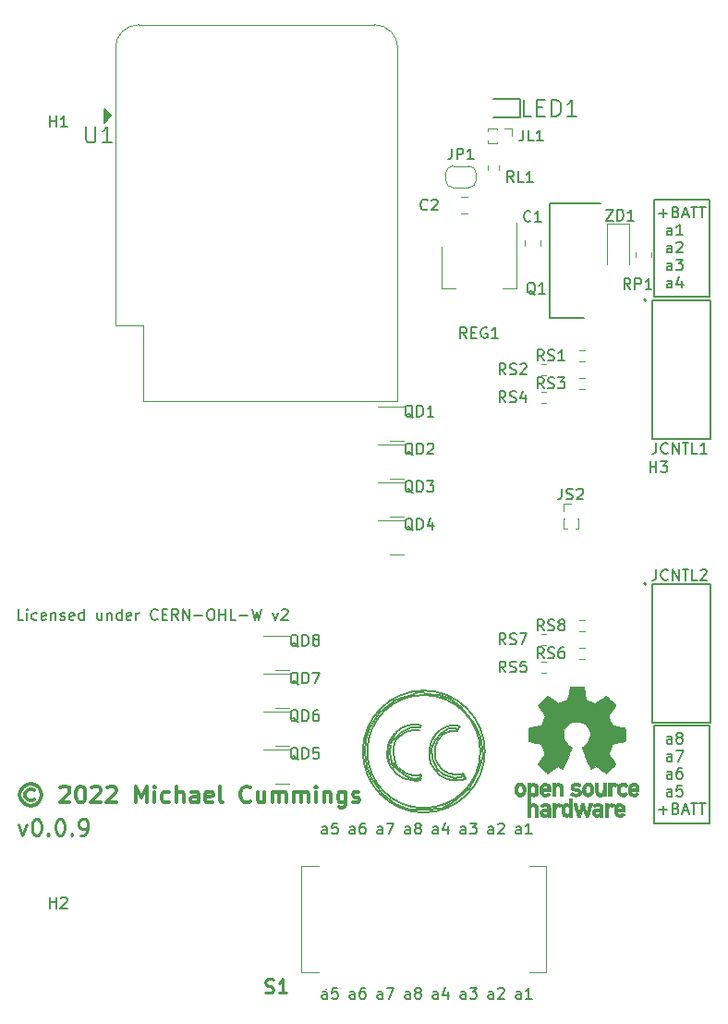
<source format=gbr>
%TF.GenerationSoftware,KiCad,Pcbnew,(6.0.10)*%
%TF.CreationDate,2023-01-10T11:19:31-08:00*%
%TF.ProjectId,we_ssr_control,77655f73-7372-45f6-936f-6e74726f6c2e,0.0.9*%
%TF.SameCoordinates,PX2faf080PY8583b00*%
%TF.FileFunction,Legend,Top*%
%TF.FilePolarity,Positive*%
%FSLAX46Y46*%
G04 Gerber Fmt 4.6, Leading zero omitted, Abs format (unit mm)*
G04 Created by KiCad (PCBNEW (6.0.10)) date 2023-01-10 11:19:31*
%MOMM*%
%LPD*%
G01*
G04 APERTURE LIST*
%ADD10C,0.150000*%
%ADD11C,0.300000*%
%ADD12C,0.250000*%
%ADD13C,0.254000*%
%ADD14C,0.200000*%
%ADD15C,0.120000*%
%ADD16C,0.010000*%
%ADD17C,0.100000*%
G04 APERTURE END LIST*
D10*
X59600000Y25350000D02*
X64700000Y25350000D01*
X64700000Y25350000D02*
X64700000Y16450000D01*
X64700000Y16450000D02*
X59600000Y16450000D01*
X59600000Y16450000D02*
X59600000Y25350000D01*
X59600000Y73550000D02*
X64700000Y73550000D01*
X64700000Y73550000D02*
X64700000Y64650000D01*
X64700000Y64650000D02*
X59600000Y64650000D01*
X59600000Y64650000D02*
X59600000Y73550000D01*
D11*
X2766428Y19464286D02*
X2623571Y19535715D01*
X2337857Y19535715D01*
X2195000Y19464286D01*
X2052142Y19321429D01*
X1980714Y19178572D01*
X1980714Y18892858D01*
X2052142Y18750000D01*
X2195000Y18607143D01*
X2337857Y18535715D01*
X2623571Y18535715D01*
X2766428Y18607143D01*
X2480714Y20035715D02*
X2123571Y19964286D01*
X1766428Y19750000D01*
X1552142Y19392858D01*
X1480714Y19035715D01*
X1552142Y18678572D01*
X1766428Y18321429D01*
X2123571Y18107143D01*
X2480714Y18035715D01*
X2837857Y18107143D01*
X3195000Y18321429D01*
X3409285Y18678572D01*
X3480714Y19035715D01*
X3409285Y19392858D01*
X3195000Y19750000D01*
X2837857Y19964286D01*
X2480714Y20035715D01*
X5195000Y19678572D02*
X5266428Y19750000D01*
X5409285Y19821429D01*
X5766428Y19821429D01*
X5909285Y19750000D01*
X5980714Y19678572D01*
X6052142Y19535715D01*
X6052142Y19392858D01*
X5980714Y19178572D01*
X5123571Y18321429D01*
X6052142Y18321429D01*
X6980714Y19821429D02*
X7123571Y19821429D01*
X7266428Y19750000D01*
X7337857Y19678572D01*
X7409285Y19535715D01*
X7480714Y19250000D01*
X7480714Y18892858D01*
X7409285Y18607143D01*
X7337857Y18464286D01*
X7266428Y18392858D01*
X7123571Y18321429D01*
X6980714Y18321429D01*
X6837857Y18392858D01*
X6766428Y18464286D01*
X6695000Y18607143D01*
X6623571Y18892858D01*
X6623571Y19250000D01*
X6695000Y19535715D01*
X6766428Y19678572D01*
X6837857Y19750000D01*
X6980714Y19821429D01*
X8052142Y19678572D02*
X8123571Y19750000D01*
X8266428Y19821429D01*
X8623571Y19821429D01*
X8766428Y19750000D01*
X8837857Y19678572D01*
X8909285Y19535715D01*
X8909285Y19392858D01*
X8837857Y19178572D01*
X7980714Y18321429D01*
X8909285Y18321429D01*
X9480714Y19678572D02*
X9552142Y19750000D01*
X9695000Y19821429D01*
X10052142Y19821429D01*
X10195000Y19750000D01*
X10266428Y19678572D01*
X10337857Y19535715D01*
X10337857Y19392858D01*
X10266428Y19178572D01*
X9409285Y18321429D01*
X10337857Y18321429D01*
X12123571Y18321429D02*
X12123571Y19821429D01*
X12623571Y18750000D01*
X13123571Y19821429D01*
X13123571Y18321429D01*
X13837857Y18321429D02*
X13837857Y19321429D01*
X13837857Y19821429D02*
X13766428Y19750000D01*
X13837857Y19678572D01*
X13909285Y19750000D01*
X13837857Y19821429D01*
X13837857Y19678572D01*
X15195000Y18392858D02*
X15052142Y18321429D01*
X14766428Y18321429D01*
X14623571Y18392858D01*
X14552142Y18464286D01*
X14480714Y18607143D01*
X14480714Y19035715D01*
X14552142Y19178572D01*
X14623571Y19250000D01*
X14766428Y19321429D01*
X15052142Y19321429D01*
X15195000Y19250000D01*
X15837857Y18321429D02*
X15837857Y19821429D01*
X16480714Y18321429D02*
X16480714Y19107143D01*
X16409285Y19250000D01*
X16266428Y19321429D01*
X16052142Y19321429D01*
X15909285Y19250000D01*
X15837857Y19178572D01*
X17837857Y18321429D02*
X17837857Y19107143D01*
X17766428Y19250000D01*
X17623571Y19321429D01*
X17337857Y19321429D01*
X17195000Y19250000D01*
X17837857Y18392858D02*
X17695000Y18321429D01*
X17337857Y18321429D01*
X17195000Y18392858D01*
X17123571Y18535715D01*
X17123571Y18678572D01*
X17195000Y18821429D01*
X17337857Y18892858D01*
X17695000Y18892858D01*
X17837857Y18964286D01*
X19123571Y18392858D02*
X18980714Y18321429D01*
X18695000Y18321429D01*
X18552142Y18392858D01*
X18480714Y18535715D01*
X18480714Y19107143D01*
X18552142Y19250000D01*
X18695000Y19321429D01*
X18980714Y19321429D01*
X19123571Y19250000D01*
X19195000Y19107143D01*
X19195000Y18964286D01*
X18480714Y18821429D01*
X20052142Y18321429D02*
X19909285Y18392858D01*
X19837857Y18535715D01*
X19837857Y19821429D01*
X22623571Y18464286D02*
X22552142Y18392858D01*
X22337857Y18321429D01*
X22195000Y18321429D01*
X21980714Y18392858D01*
X21837857Y18535715D01*
X21766428Y18678572D01*
X21695000Y18964286D01*
X21695000Y19178572D01*
X21766428Y19464286D01*
X21837857Y19607143D01*
X21980714Y19750000D01*
X22195000Y19821429D01*
X22337857Y19821429D01*
X22552142Y19750000D01*
X22623571Y19678572D01*
X23909285Y19321429D02*
X23909285Y18321429D01*
X23266428Y19321429D02*
X23266428Y18535715D01*
X23337857Y18392858D01*
X23480714Y18321429D01*
X23695000Y18321429D01*
X23837857Y18392858D01*
X23909285Y18464286D01*
X24623571Y18321429D02*
X24623571Y19321429D01*
X24623571Y19178572D02*
X24695000Y19250000D01*
X24837857Y19321429D01*
X25052142Y19321429D01*
X25195000Y19250000D01*
X25266428Y19107143D01*
X25266428Y18321429D01*
X25266428Y19107143D02*
X25337857Y19250000D01*
X25480714Y19321429D01*
X25695000Y19321429D01*
X25837857Y19250000D01*
X25909285Y19107143D01*
X25909285Y18321429D01*
X26623571Y18321429D02*
X26623571Y19321429D01*
X26623571Y19178572D02*
X26695000Y19250000D01*
X26837857Y19321429D01*
X27052142Y19321429D01*
X27195000Y19250000D01*
X27266428Y19107143D01*
X27266428Y18321429D01*
X27266428Y19107143D02*
X27337857Y19250000D01*
X27480714Y19321429D01*
X27695000Y19321429D01*
X27837857Y19250000D01*
X27909285Y19107143D01*
X27909285Y18321429D01*
X28623571Y18321429D02*
X28623571Y19321429D01*
X28623571Y19821429D02*
X28552142Y19750000D01*
X28623571Y19678572D01*
X28695000Y19750000D01*
X28623571Y19821429D01*
X28623571Y19678572D01*
X29337857Y19321429D02*
X29337857Y18321429D01*
X29337857Y19178572D02*
X29409285Y19250000D01*
X29552142Y19321429D01*
X29766428Y19321429D01*
X29909285Y19250000D01*
X29980714Y19107143D01*
X29980714Y18321429D01*
X31337857Y19321429D02*
X31337857Y18107143D01*
X31266428Y17964286D01*
X31195000Y17892858D01*
X31052142Y17821429D01*
X30837857Y17821429D01*
X30695000Y17892858D01*
X31337857Y18392858D02*
X31195000Y18321429D01*
X30909285Y18321429D01*
X30766428Y18392858D01*
X30695000Y18464286D01*
X30623571Y18607143D01*
X30623571Y19035715D01*
X30695000Y19178572D01*
X30766428Y19250000D01*
X30909285Y19321429D01*
X31195000Y19321429D01*
X31337857Y19250000D01*
X31980714Y18392858D02*
X32123571Y18321429D01*
X32409285Y18321429D01*
X32552142Y18392858D01*
X32623571Y18535715D01*
X32623571Y18607143D01*
X32552142Y18750000D01*
X32409285Y18821429D01*
X32195000Y18821429D01*
X32052142Y18892858D01*
X31980714Y19035715D01*
X31980714Y19107143D01*
X32052142Y19250000D01*
X32195000Y19321429D01*
X32409285Y19321429D01*
X32552142Y19250000D01*
D10*
X39794166Y347620D02*
X39794166Y871429D01*
X39746547Y966667D01*
X39651309Y1014286D01*
X39460833Y1014286D01*
X39365595Y966667D01*
X39794166Y395239D02*
X39698928Y347620D01*
X39460833Y347620D01*
X39365595Y395239D01*
X39317976Y490477D01*
X39317976Y585715D01*
X39365595Y680953D01*
X39460833Y728572D01*
X39698928Y728572D01*
X39794166Y776191D01*
X40698928Y1014286D02*
X40698928Y347620D01*
X40460833Y1395239D02*
X40222738Y680953D01*
X40841785Y680953D01*
X47414166Y15447620D02*
X47414166Y15971429D01*
X47366547Y16066667D01*
X47271309Y16114286D01*
X47080833Y16114286D01*
X46985595Y16066667D01*
X47414166Y15495239D02*
X47318928Y15447620D01*
X47080833Y15447620D01*
X46985595Y15495239D01*
X46937976Y15590477D01*
X46937976Y15685715D01*
X46985595Y15780953D01*
X47080833Y15828572D01*
X47318928Y15828572D01*
X47414166Y15876191D01*
X48414166Y15447620D02*
X47842738Y15447620D01*
X48128452Y15447620D02*
X48128452Y16447620D01*
X48033214Y16304762D01*
X47937976Y16209524D01*
X47842738Y16161905D01*
X37254166Y347620D02*
X37254166Y871429D01*
X37206547Y966667D01*
X37111309Y1014286D01*
X36920833Y1014286D01*
X36825595Y966667D01*
X37254166Y395239D02*
X37158928Y347620D01*
X36920833Y347620D01*
X36825595Y395239D01*
X36777976Y490477D01*
X36777976Y585715D01*
X36825595Y680953D01*
X36920833Y728572D01*
X37158928Y728572D01*
X37254166Y776191D01*
X37873214Y919048D02*
X37777976Y966667D01*
X37730357Y1014286D01*
X37682738Y1109524D01*
X37682738Y1157143D01*
X37730357Y1252381D01*
X37777976Y1300000D01*
X37873214Y1347620D01*
X38063690Y1347620D01*
X38158928Y1300000D01*
X38206547Y1252381D01*
X38254166Y1157143D01*
X38254166Y1109524D01*
X38206547Y1014286D01*
X38158928Y966667D01*
X38063690Y919048D01*
X37873214Y919048D01*
X37777976Y871429D01*
X37730357Y823810D01*
X37682738Y728572D01*
X37682738Y538096D01*
X37730357Y442858D01*
X37777976Y395239D01*
X37873214Y347620D01*
X38063690Y347620D01*
X38158928Y395239D01*
X38206547Y442858D01*
X38254166Y538096D01*
X38254166Y728572D01*
X38206547Y823810D01*
X38158928Y871429D01*
X38063690Y919048D01*
D12*
X1376785Y16321429D02*
X1733928Y15321429D01*
X2091071Y16321429D01*
X2948214Y16821429D02*
X3091071Y16821429D01*
X3233928Y16750000D01*
X3305357Y16678572D01*
X3376785Y16535715D01*
X3448214Y16250000D01*
X3448214Y15892858D01*
X3376785Y15607143D01*
X3305357Y15464286D01*
X3233928Y15392858D01*
X3091071Y15321429D01*
X2948214Y15321429D01*
X2805357Y15392858D01*
X2733928Y15464286D01*
X2662500Y15607143D01*
X2591071Y15892858D01*
X2591071Y16250000D01*
X2662500Y16535715D01*
X2733928Y16678572D01*
X2805357Y16750000D01*
X2948214Y16821429D01*
X4091071Y15464286D02*
X4162500Y15392858D01*
X4091071Y15321429D01*
X4019642Y15392858D01*
X4091071Y15464286D01*
X4091071Y15321429D01*
X5091071Y16821429D02*
X5233928Y16821429D01*
X5376785Y16750000D01*
X5448214Y16678572D01*
X5519642Y16535715D01*
X5591071Y16250000D01*
X5591071Y15892858D01*
X5519642Y15607143D01*
X5448214Y15464286D01*
X5376785Y15392858D01*
X5233928Y15321429D01*
X5091071Y15321429D01*
X4948214Y15392858D01*
X4876785Y15464286D01*
X4805357Y15607143D01*
X4733928Y15892858D01*
X4733928Y16250000D01*
X4805357Y16535715D01*
X4876785Y16678572D01*
X4948214Y16750000D01*
X5091071Y16821429D01*
X6233928Y15464286D02*
X6305357Y15392858D01*
X6233928Y15321429D01*
X6162500Y15392858D01*
X6233928Y15464286D01*
X6233928Y15321429D01*
X7019642Y15321429D02*
X7305357Y15321429D01*
X7448214Y15392858D01*
X7519642Y15464286D01*
X7662500Y15678572D01*
X7733928Y15964286D01*
X7733928Y16535715D01*
X7662500Y16678572D01*
X7591071Y16750000D01*
X7448214Y16821429D01*
X7162500Y16821429D01*
X7019642Y16750000D01*
X6948214Y16678572D01*
X6876785Y16535715D01*
X6876785Y16178572D01*
X6948214Y16035715D01*
X7019642Y15964286D01*
X7162500Y15892858D01*
X7448214Y15892858D01*
X7591071Y15964286D01*
X7662500Y16035715D01*
X7733928Y16178572D01*
D10*
X44874166Y15447620D02*
X44874166Y15971429D01*
X44826547Y16066667D01*
X44731309Y16114286D01*
X44540833Y16114286D01*
X44445595Y16066667D01*
X44874166Y15495239D02*
X44778928Y15447620D01*
X44540833Y15447620D01*
X44445595Y15495239D01*
X44397976Y15590477D01*
X44397976Y15685715D01*
X44445595Y15780953D01*
X44540833Y15828572D01*
X44778928Y15828572D01*
X44874166Y15876191D01*
X45302738Y16352381D02*
X45350357Y16400000D01*
X45445595Y16447620D01*
X45683690Y16447620D01*
X45778928Y16400000D01*
X45826547Y16352381D01*
X45874166Y16257143D01*
X45874166Y16161905D01*
X45826547Y16019048D01*
X45255119Y15447620D01*
X45874166Y15447620D01*
X34714166Y15447620D02*
X34714166Y15971429D01*
X34666547Y16066667D01*
X34571309Y16114286D01*
X34380833Y16114286D01*
X34285595Y16066667D01*
X34714166Y15495239D02*
X34618928Y15447620D01*
X34380833Y15447620D01*
X34285595Y15495239D01*
X34237976Y15590477D01*
X34237976Y15685715D01*
X34285595Y15780953D01*
X34380833Y15828572D01*
X34618928Y15828572D01*
X34714166Y15876191D01*
X35095119Y16447620D02*
X35761785Y16447620D01*
X35333214Y15447620D01*
X39794166Y15447620D02*
X39794166Y15971429D01*
X39746547Y16066667D01*
X39651309Y16114286D01*
X39460833Y16114286D01*
X39365595Y16066667D01*
X39794166Y15495239D02*
X39698928Y15447620D01*
X39460833Y15447620D01*
X39365595Y15495239D01*
X39317976Y15590477D01*
X39317976Y15685715D01*
X39365595Y15780953D01*
X39460833Y15828572D01*
X39698928Y15828572D01*
X39794166Y15876191D01*
X40698928Y16114286D02*
X40698928Y15447620D01*
X40460833Y16495239D02*
X40222738Y15780953D01*
X40841785Y15780953D01*
X32174166Y347620D02*
X32174166Y871429D01*
X32126547Y966667D01*
X32031309Y1014286D01*
X31840833Y1014286D01*
X31745595Y966667D01*
X32174166Y395239D02*
X32078928Y347620D01*
X31840833Y347620D01*
X31745595Y395239D01*
X31697976Y490477D01*
X31697976Y585715D01*
X31745595Y680953D01*
X31840833Y728572D01*
X32078928Y728572D01*
X32174166Y776191D01*
X33078928Y1347620D02*
X32888452Y1347620D01*
X32793214Y1300000D01*
X32745595Y1252381D01*
X32650357Y1109524D01*
X32602738Y919048D01*
X32602738Y538096D01*
X32650357Y442858D01*
X32697976Y395239D01*
X32793214Y347620D01*
X32983690Y347620D01*
X33078928Y395239D01*
X33126547Y442858D01*
X33174166Y538096D01*
X33174166Y776191D01*
X33126547Y871429D01*
X33078928Y919048D01*
X32983690Y966667D01*
X32793214Y966667D01*
X32697976Y919048D01*
X32650357Y871429D01*
X32602738Y776191D01*
X44874166Y347620D02*
X44874166Y871429D01*
X44826547Y966667D01*
X44731309Y1014286D01*
X44540833Y1014286D01*
X44445595Y966667D01*
X44874166Y395239D02*
X44778928Y347620D01*
X44540833Y347620D01*
X44445595Y395239D01*
X44397976Y490477D01*
X44397976Y585715D01*
X44445595Y680953D01*
X44540833Y728572D01*
X44778928Y728572D01*
X44874166Y776191D01*
X45302738Y1252381D02*
X45350357Y1300000D01*
X45445595Y1347620D01*
X45683690Y1347620D01*
X45778928Y1300000D01*
X45826547Y1252381D01*
X45874166Y1157143D01*
X45874166Y1061905D01*
X45826547Y919048D01*
X45255119Y347620D01*
X45874166Y347620D01*
X47414166Y347620D02*
X47414166Y871429D01*
X47366547Y966667D01*
X47271309Y1014286D01*
X47080833Y1014286D01*
X46985595Y966667D01*
X47414166Y395239D02*
X47318928Y347620D01*
X47080833Y347620D01*
X46985595Y395239D01*
X46937976Y490477D01*
X46937976Y585715D01*
X46985595Y680953D01*
X47080833Y728572D01*
X47318928Y728572D01*
X47414166Y776191D01*
X48414166Y347620D02*
X47842738Y347620D01*
X48128452Y347620D02*
X48128452Y1347620D01*
X48033214Y1204762D01*
X47937976Y1109524D01*
X47842738Y1061905D01*
X34714166Y347620D02*
X34714166Y871429D01*
X34666547Y966667D01*
X34571309Y1014286D01*
X34380833Y1014286D01*
X34285595Y966667D01*
X34714166Y395239D02*
X34618928Y347620D01*
X34380833Y347620D01*
X34285595Y395239D01*
X34237976Y490477D01*
X34237976Y585715D01*
X34285595Y680953D01*
X34380833Y728572D01*
X34618928Y728572D01*
X34714166Y776191D01*
X35095119Y1347620D02*
X35761785Y1347620D01*
X35333214Y347620D01*
X1811785Y35047620D02*
X1335595Y35047620D01*
X1335595Y36047620D01*
X2145119Y35047620D02*
X2145119Y35714286D01*
X2145119Y36047620D02*
X2097500Y36000000D01*
X2145119Y35952381D01*
X2192738Y36000000D01*
X2145119Y36047620D01*
X2145119Y35952381D01*
X3049880Y35095239D02*
X2954642Y35047620D01*
X2764166Y35047620D01*
X2668928Y35095239D01*
X2621309Y35142858D01*
X2573690Y35238096D01*
X2573690Y35523810D01*
X2621309Y35619048D01*
X2668928Y35666667D01*
X2764166Y35714286D01*
X2954642Y35714286D01*
X3049880Y35666667D01*
X3859404Y35095239D02*
X3764166Y35047620D01*
X3573690Y35047620D01*
X3478452Y35095239D01*
X3430833Y35190477D01*
X3430833Y35571429D01*
X3478452Y35666667D01*
X3573690Y35714286D01*
X3764166Y35714286D01*
X3859404Y35666667D01*
X3907023Y35571429D01*
X3907023Y35476191D01*
X3430833Y35380953D01*
X4335595Y35714286D02*
X4335595Y35047620D01*
X4335595Y35619048D02*
X4383214Y35666667D01*
X4478452Y35714286D01*
X4621309Y35714286D01*
X4716547Y35666667D01*
X4764166Y35571429D01*
X4764166Y35047620D01*
X5192738Y35095239D02*
X5287976Y35047620D01*
X5478452Y35047620D01*
X5573690Y35095239D01*
X5621309Y35190477D01*
X5621309Y35238096D01*
X5573690Y35333334D01*
X5478452Y35380953D01*
X5335595Y35380953D01*
X5240357Y35428572D01*
X5192738Y35523810D01*
X5192738Y35571429D01*
X5240357Y35666667D01*
X5335595Y35714286D01*
X5478452Y35714286D01*
X5573690Y35666667D01*
X6430833Y35095239D02*
X6335595Y35047620D01*
X6145119Y35047620D01*
X6049880Y35095239D01*
X6002261Y35190477D01*
X6002261Y35571429D01*
X6049880Y35666667D01*
X6145119Y35714286D01*
X6335595Y35714286D01*
X6430833Y35666667D01*
X6478452Y35571429D01*
X6478452Y35476191D01*
X6002261Y35380953D01*
X7335595Y35047620D02*
X7335595Y36047620D01*
X7335595Y35095239D02*
X7240357Y35047620D01*
X7049880Y35047620D01*
X6954642Y35095239D01*
X6907023Y35142858D01*
X6859404Y35238096D01*
X6859404Y35523810D01*
X6907023Y35619048D01*
X6954642Y35666667D01*
X7049880Y35714286D01*
X7240357Y35714286D01*
X7335595Y35666667D01*
X9002261Y35714286D02*
X9002261Y35047620D01*
X8573690Y35714286D02*
X8573690Y35190477D01*
X8621309Y35095239D01*
X8716547Y35047620D01*
X8859404Y35047620D01*
X8954642Y35095239D01*
X9002261Y35142858D01*
X9478452Y35714286D02*
X9478452Y35047620D01*
X9478452Y35619048D02*
X9526071Y35666667D01*
X9621309Y35714286D01*
X9764166Y35714286D01*
X9859404Y35666667D01*
X9907023Y35571429D01*
X9907023Y35047620D01*
X10811785Y35047620D02*
X10811785Y36047620D01*
X10811785Y35095239D02*
X10716547Y35047620D01*
X10526071Y35047620D01*
X10430833Y35095239D01*
X10383214Y35142858D01*
X10335595Y35238096D01*
X10335595Y35523810D01*
X10383214Y35619048D01*
X10430833Y35666667D01*
X10526071Y35714286D01*
X10716547Y35714286D01*
X10811785Y35666667D01*
X11668928Y35095239D02*
X11573690Y35047620D01*
X11383214Y35047620D01*
X11287976Y35095239D01*
X11240357Y35190477D01*
X11240357Y35571429D01*
X11287976Y35666667D01*
X11383214Y35714286D01*
X11573690Y35714286D01*
X11668928Y35666667D01*
X11716547Y35571429D01*
X11716547Y35476191D01*
X11240357Y35380953D01*
X12145119Y35047620D02*
X12145119Y35714286D01*
X12145119Y35523810D02*
X12192738Y35619048D01*
X12240357Y35666667D01*
X12335595Y35714286D01*
X12430833Y35714286D01*
X14097500Y35142858D02*
X14049880Y35095239D01*
X13907023Y35047620D01*
X13811785Y35047620D01*
X13668928Y35095239D01*
X13573690Y35190477D01*
X13526071Y35285715D01*
X13478452Y35476191D01*
X13478452Y35619048D01*
X13526071Y35809524D01*
X13573690Y35904762D01*
X13668928Y36000000D01*
X13811785Y36047620D01*
X13907023Y36047620D01*
X14049880Y36000000D01*
X14097500Y35952381D01*
X14526071Y35571429D02*
X14859404Y35571429D01*
X15002261Y35047620D02*
X14526071Y35047620D01*
X14526071Y36047620D01*
X15002261Y36047620D01*
X16002261Y35047620D02*
X15668928Y35523810D01*
X15430833Y35047620D02*
X15430833Y36047620D01*
X15811785Y36047620D01*
X15907023Y36000000D01*
X15954642Y35952381D01*
X16002261Y35857143D01*
X16002261Y35714286D01*
X15954642Y35619048D01*
X15907023Y35571429D01*
X15811785Y35523810D01*
X15430833Y35523810D01*
X16430833Y35047620D02*
X16430833Y36047620D01*
X17002261Y35047620D01*
X17002261Y36047620D01*
X17478452Y35428572D02*
X18240357Y35428572D01*
X18907023Y36047620D02*
X19097500Y36047620D01*
X19192738Y36000000D01*
X19287976Y35904762D01*
X19335595Y35714286D01*
X19335595Y35380953D01*
X19287976Y35190477D01*
X19192738Y35095239D01*
X19097500Y35047620D01*
X18907023Y35047620D01*
X18811785Y35095239D01*
X18716547Y35190477D01*
X18668928Y35380953D01*
X18668928Y35714286D01*
X18716547Y35904762D01*
X18811785Y36000000D01*
X18907023Y36047620D01*
X19764166Y35047620D02*
X19764166Y36047620D01*
X19764166Y35571429D02*
X20335595Y35571429D01*
X20335595Y35047620D02*
X20335595Y36047620D01*
X21287976Y35047620D02*
X20811785Y35047620D01*
X20811785Y36047620D01*
X21621309Y35428572D02*
X22383214Y35428572D01*
X22764166Y36047620D02*
X23002261Y35047620D01*
X23192738Y35761905D01*
X23383214Y35047620D01*
X23621309Y36047620D01*
X24668928Y35714286D02*
X24907023Y35047620D01*
X25145119Y35714286D01*
X25478452Y35952381D02*
X25526071Y36000000D01*
X25621309Y36047620D01*
X25859404Y36047620D01*
X25954642Y36000000D01*
X26002261Y35952381D01*
X26049880Y35857143D01*
X26049880Y35761905D01*
X26002261Y35619048D01*
X25430833Y35047620D01*
X26049880Y35047620D01*
X29634166Y347620D02*
X29634166Y871429D01*
X29586547Y966667D01*
X29491309Y1014286D01*
X29300833Y1014286D01*
X29205595Y966667D01*
X29634166Y395239D02*
X29538928Y347620D01*
X29300833Y347620D01*
X29205595Y395239D01*
X29157976Y490477D01*
X29157976Y585715D01*
X29205595Y680953D01*
X29300833Y728572D01*
X29538928Y728572D01*
X29634166Y776191D01*
X30586547Y1347620D02*
X30110357Y1347620D01*
X30062738Y871429D01*
X30110357Y919048D01*
X30205595Y966667D01*
X30443690Y966667D01*
X30538928Y919048D01*
X30586547Y871429D01*
X30634166Y776191D01*
X30634166Y538096D01*
X30586547Y442858D01*
X30538928Y395239D01*
X30443690Y347620D01*
X30205595Y347620D01*
X30110357Y395239D01*
X30062738Y442858D01*
X42334166Y15447620D02*
X42334166Y15971429D01*
X42286547Y16066667D01*
X42191309Y16114286D01*
X42000833Y16114286D01*
X41905595Y16066667D01*
X42334166Y15495239D02*
X42238928Y15447620D01*
X42000833Y15447620D01*
X41905595Y15495239D01*
X41857976Y15590477D01*
X41857976Y15685715D01*
X41905595Y15780953D01*
X42000833Y15828572D01*
X42238928Y15828572D01*
X42334166Y15876191D01*
X42715119Y16447620D02*
X43334166Y16447620D01*
X43000833Y16066667D01*
X43143690Y16066667D01*
X43238928Y16019048D01*
X43286547Y15971429D01*
X43334166Y15876191D01*
X43334166Y15638096D01*
X43286547Y15542858D01*
X43238928Y15495239D01*
X43143690Y15447620D01*
X42857976Y15447620D01*
X42762738Y15495239D01*
X42715119Y15542858D01*
X29634166Y15447620D02*
X29634166Y15971429D01*
X29586547Y16066667D01*
X29491309Y16114286D01*
X29300833Y16114286D01*
X29205595Y16066667D01*
X29634166Y15495239D02*
X29538928Y15447620D01*
X29300833Y15447620D01*
X29205595Y15495239D01*
X29157976Y15590477D01*
X29157976Y15685715D01*
X29205595Y15780953D01*
X29300833Y15828572D01*
X29538928Y15828572D01*
X29634166Y15876191D01*
X30586547Y16447620D02*
X30110357Y16447620D01*
X30062738Y15971429D01*
X30110357Y16019048D01*
X30205595Y16066667D01*
X30443690Y16066667D01*
X30538928Y16019048D01*
X30586547Y15971429D01*
X30634166Y15876191D01*
X30634166Y15638096D01*
X30586547Y15542858D01*
X30538928Y15495239D01*
X30443690Y15447620D01*
X30205595Y15447620D01*
X30110357Y15495239D01*
X30062738Y15542858D01*
X37254166Y15447620D02*
X37254166Y15971429D01*
X37206547Y16066667D01*
X37111309Y16114286D01*
X36920833Y16114286D01*
X36825595Y16066667D01*
X37254166Y15495239D02*
X37158928Y15447620D01*
X36920833Y15447620D01*
X36825595Y15495239D01*
X36777976Y15590477D01*
X36777976Y15685715D01*
X36825595Y15780953D01*
X36920833Y15828572D01*
X37158928Y15828572D01*
X37254166Y15876191D01*
X37873214Y16019048D02*
X37777976Y16066667D01*
X37730357Y16114286D01*
X37682738Y16209524D01*
X37682738Y16257143D01*
X37730357Y16352381D01*
X37777976Y16400000D01*
X37873214Y16447620D01*
X38063690Y16447620D01*
X38158928Y16400000D01*
X38206547Y16352381D01*
X38254166Y16257143D01*
X38254166Y16209524D01*
X38206547Y16114286D01*
X38158928Y16066667D01*
X38063690Y16019048D01*
X37873214Y16019048D01*
X37777976Y15971429D01*
X37730357Y15923810D01*
X37682738Y15828572D01*
X37682738Y15638096D01*
X37730357Y15542858D01*
X37777976Y15495239D01*
X37873214Y15447620D01*
X38063690Y15447620D01*
X38158928Y15495239D01*
X38206547Y15542858D01*
X38254166Y15638096D01*
X38254166Y15828572D01*
X38206547Y15923810D01*
X38158928Y15971429D01*
X38063690Y16019048D01*
X42334166Y347620D02*
X42334166Y871429D01*
X42286547Y966667D01*
X42191309Y1014286D01*
X42000833Y1014286D01*
X41905595Y966667D01*
X42334166Y395239D02*
X42238928Y347620D01*
X42000833Y347620D01*
X41905595Y395239D01*
X41857976Y490477D01*
X41857976Y585715D01*
X41905595Y680953D01*
X42000833Y728572D01*
X42238928Y728572D01*
X42334166Y776191D01*
X42715119Y1347620D02*
X43334166Y1347620D01*
X43000833Y966667D01*
X43143690Y966667D01*
X43238928Y919048D01*
X43286547Y871429D01*
X43334166Y776191D01*
X43334166Y538096D01*
X43286547Y442858D01*
X43238928Y395239D01*
X43143690Y347620D01*
X42857976Y347620D01*
X42762738Y395239D01*
X42715119Y442858D01*
X61226071Y23717620D02*
X61226071Y24241429D01*
X61178452Y24336667D01*
X61083214Y24384286D01*
X60892738Y24384286D01*
X60797500Y24336667D01*
X61226071Y23765239D02*
X61130833Y23717620D01*
X60892738Y23717620D01*
X60797500Y23765239D01*
X60749880Y23860477D01*
X60749880Y23955715D01*
X60797500Y24050953D01*
X60892738Y24098572D01*
X61130833Y24098572D01*
X61226071Y24146191D01*
X61845119Y24289048D02*
X61749880Y24336667D01*
X61702261Y24384286D01*
X61654642Y24479524D01*
X61654642Y24527143D01*
X61702261Y24622381D01*
X61749880Y24670000D01*
X61845119Y24717620D01*
X62035595Y24717620D01*
X62130833Y24670000D01*
X62178452Y24622381D01*
X62226071Y24527143D01*
X62226071Y24479524D01*
X62178452Y24384286D01*
X62130833Y24336667D01*
X62035595Y24289048D01*
X61845119Y24289048D01*
X61749880Y24241429D01*
X61702261Y24193810D01*
X61654642Y24098572D01*
X61654642Y23908096D01*
X61702261Y23812858D01*
X61749880Y23765239D01*
X61845119Y23717620D01*
X62035595Y23717620D01*
X62130833Y23765239D01*
X62178452Y23812858D01*
X62226071Y23908096D01*
X62226071Y24098572D01*
X62178452Y24193810D01*
X62130833Y24241429D01*
X62035595Y24289048D01*
X61226071Y22107620D02*
X61226071Y22631429D01*
X61178452Y22726667D01*
X61083214Y22774286D01*
X60892738Y22774286D01*
X60797500Y22726667D01*
X61226071Y22155239D02*
X61130833Y22107620D01*
X60892738Y22107620D01*
X60797500Y22155239D01*
X60749880Y22250477D01*
X60749880Y22345715D01*
X60797500Y22440953D01*
X60892738Y22488572D01*
X61130833Y22488572D01*
X61226071Y22536191D01*
X61607023Y23107620D02*
X62273690Y23107620D01*
X61845119Y22107620D01*
X61226071Y20497620D02*
X61226071Y21021429D01*
X61178452Y21116667D01*
X61083214Y21164286D01*
X60892738Y21164286D01*
X60797500Y21116667D01*
X61226071Y20545239D02*
X61130833Y20497620D01*
X60892738Y20497620D01*
X60797500Y20545239D01*
X60749880Y20640477D01*
X60749880Y20735715D01*
X60797500Y20830953D01*
X60892738Y20878572D01*
X61130833Y20878572D01*
X61226071Y20926191D01*
X62130833Y21497620D02*
X61940357Y21497620D01*
X61845119Y21450000D01*
X61797500Y21402381D01*
X61702261Y21259524D01*
X61654642Y21069048D01*
X61654642Y20688096D01*
X61702261Y20592858D01*
X61749880Y20545239D01*
X61845119Y20497620D01*
X62035595Y20497620D01*
X62130833Y20545239D01*
X62178452Y20592858D01*
X62226071Y20688096D01*
X62226071Y20926191D01*
X62178452Y21021429D01*
X62130833Y21069048D01*
X62035595Y21116667D01*
X61845119Y21116667D01*
X61749880Y21069048D01*
X61702261Y21021429D01*
X61654642Y20926191D01*
X61226071Y18887620D02*
X61226071Y19411429D01*
X61178452Y19506667D01*
X61083214Y19554286D01*
X60892738Y19554286D01*
X60797500Y19506667D01*
X61226071Y18935239D02*
X61130833Y18887620D01*
X60892738Y18887620D01*
X60797500Y18935239D01*
X60749880Y19030477D01*
X60749880Y19125715D01*
X60797500Y19220953D01*
X60892738Y19268572D01*
X61130833Y19268572D01*
X61226071Y19316191D01*
X62178452Y19887620D02*
X61702261Y19887620D01*
X61654642Y19411429D01*
X61702261Y19459048D01*
X61797500Y19506667D01*
X62035595Y19506667D01*
X62130833Y19459048D01*
X62178452Y19411429D01*
X62226071Y19316191D01*
X62226071Y19078096D01*
X62178452Y18982858D01*
X62130833Y18935239D01*
X62035595Y18887620D01*
X61797500Y18887620D01*
X61702261Y18935239D01*
X61654642Y18982858D01*
X60035595Y17658572D02*
X60797500Y17658572D01*
X60416547Y17277620D02*
X60416547Y18039524D01*
X61607023Y17801429D02*
X61749880Y17753810D01*
X61797500Y17706191D01*
X61845119Y17610953D01*
X61845119Y17468096D01*
X61797500Y17372858D01*
X61749880Y17325239D01*
X61654642Y17277620D01*
X61273690Y17277620D01*
X61273690Y18277620D01*
X61607023Y18277620D01*
X61702261Y18230000D01*
X61749880Y18182381D01*
X61797500Y18087143D01*
X61797500Y17991905D01*
X61749880Y17896667D01*
X61702261Y17849048D01*
X61607023Y17801429D01*
X61273690Y17801429D01*
X62226071Y17563334D02*
X62702261Y17563334D01*
X62130833Y17277620D02*
X62464166Y18277620D01*
X62797500Y17277620D01*
X62987976Y18277620D02*
X63559404Y18277620D01*
X63273690Y17277620D02*
X63273690Y18277620D01*
X63749880Y18277620D02*
X64321309Y18277620D01*
X64035595Y17277620D02*
X64035595Y18277620D01*
X60035595Y72298572D02*
X60797500Y72298572D01*
X60416547Y71917620D02*
X60416547Y72679524D01*
X61607023Y72441429D02*
X61749880Y72393810D01*
X61797500Y72346191D01*
X61845119Y72250953D01*
X61845119Y72108096D01*
X61797500Y72012858D01*
X61749880Y71965239D01*
X61654642Y71917620D01*
X61273690Y71917620D01*
X61273690Y72917620D01*
X61607023Y72917620D01*
X61702261Y72870000D01*
X61749880Y72822381D01*
X61797500Y72727143D01*
X61797500Y72631905D01*
X61749880Y72536667D01*
X61702261Y72489048D01*
X61607023Y72441429D01*
X61273690Y72441429D01*
X62226071Y72203334D02*
X62702261Y72203334D01*
X62130833Y71917620D02*
X62464166Y72917620D01*
X62797500Y71917620D01*
X62987976Y72917620D02*
X63559404Y72917620D01*
X63273690Y71917620D02*
X63273690Y72917620D01*
X63749880Y72917620D02*
X64321309Y72917620D01*
X64035595Y71917620D02*
X64035595Y72917620D01*
X61226071Y70307620D02*
X61226071Y70831429D01*
X61178452Y70926667D01*
X61083214Y70974286D01*
X60892738Y70974286D01*
X60797500Y70926667D01*
X61226071Y70355239D02*
X61130833Y70307620D01*
X60892738Y70307620D01*
X60797500Y70355239D01*
X60749880Y70450477D01*
X60749880Y70545715D01*
X60797500Y70640953D01*
X60892738Y70688572D01*
X61130833Y70688572D01*
X61226071Y70736191D01*
X62226071Y70307620D02*
X61654642Y70307620D01*
X61940357Y70307620D02*
X61940357Y71307620D01*
X61845119Y71164762D01*
X61749880Y71069524D01*
X61654642Y71021905D01*
X61226071Y68697620D02*
X61226071Y69221429D01*
X61178452Y69316667D01*
X61083214Y69364286D01*
X60892738Y69364286D01*
X60797500Y69316667D01*
X61226071Y68745239D02*
X61130833Y68697620D01*
X60892738Y68697620D01*
X60797500Y68745239D01*
X60749880Y68840477D01*
X60749880Y68935715D01*
X60797500Y69030953D01*
X60892738Y69078572D01*
X61130833Y69078572D01*
X61226071Y69126191D01*
X61654642Y69602381D02*
X61702261Y69650000D01*
X61797500Y69697620D01*
X62035595Y69697620D01*
X62130833Y69650000D01*
X62178452Y69602381D01*
X62226071Y69507143D01*
X62226071Y69411905D01*
X62178452Y69269048D01*
X61607023Y68697620D01*
X62226071Y68697620D01*
X61226071Y67087620D02*
X61226071Y67611429D01*
X61178452Y67706667D01*
X61083214Y67754286D01*
X60892738Y67754286D01*
X60797500Y67706667D01*
X61226071Y67135239D02*
X61130833Y67087620D01*
X60892738Y67087620D01*
X60797500Y67135239D01*
X60749880Y67230477D01*
X60749880Y67325715D01*
X60797500Y67420953D01*
X60892738Y67468572D01*
X61130833Y67468572D01*
X61226071Y67516191D01*
X61607023Y68087620D02*
X62226071Y68087620D01*
X61892738Y67706667D01*
X62035595Y67706667D01*
X62130833Y67659048D01*
X62178452Y67611429D01*
X62226071Y67516191D01*
X62226071Y67278096D01*
X62178452Y67182858D01*
X62130833Y67135239D01*
X62035595Y67087620D01*
X61749880Y67087620D01*
X61654642Y67135239D01*
X61607023Y67182858D01*
X61226071Y65477620D02*
X61226071Y66001429D01*
X61178452Y66096667D01*
X61083214Y66144286D01*
X60892738Y66144286D01*
X60797500Y66096667D01*
X61226071Y65525239D02*
X61130833Y65477620D01*
X60892738Y65477620D01*
X60797500Y65525239D01*
X60749880Y65620477D01*
X60749880Y65715715D01*
X60797500Y65810953D01*
X60892738Y65858572D01*
X61130833Y65858572D01*
X61226071Y65906191D01*
X62130833Y66144286D02*
X62130833Y65477620D01*
X61892738Y66525239D02*
X61654642Y65810953D01*
X62273690Y65810953D01*
X32174166Y15447620D02*
X32174166Y15971429D01*
X32126547Y16066667D01*
X32031309Y16114286D01*
X31840833Y16114286D01*
X31745595Y16066667D01*
X32174166Y15495239D02*
X32078928Y15447620D01*
X31840833Y15447620D01*
X31745595Y15495239D01*
X31697976Y15590477D01*
X31697976Y15685715D01*
X31745595Y15780953D01*
X31840833Y15828572D01*
X32078928Y15828572D01*
X32174166Y15876191D01*
X33078928Y16447620D02*
X32888452Y16447620D01*
X32793214Y16400000D01*
X32745595Y16352381D01*
X32650357Y16209524D01*
X32602738Y16019048D01*
X32602738Y15638096D01*
X32650357Y15542858D01*
X32697976Y15495239D01*
X32793214Y15447620D01*
X32983690Y15447620D01*
X33078928Y15495239D01*
X33126547Y15542858D01*
X33174166Y15638096D01*
X33174166Y15876191D01*
X33126547Y15971429D01*
X33078928Y16019048D01*
X32983690Y16066667D01*
X32793214Y16066667D01*
X32697976Y16019048D01*
X32650357Y15971429D01*
X32602738Y15876191D01*
%TO.C,JCNTL1*%
X59807142Y51297620D02*
X59807142Y50583334D01*
X59759523Y50440477D01*
X59664285Y50345239D01*
X59521428Y50297620D01*
X59426190Y50297620D01*
X60854761Y50392858D02*
X60807142Y50345239D01*
X60664285Y50297620D01*
X60569047Y50297620D01*
X60426190Y50345239D01*
X60330952Y50440477D01*
X60283333Y50535715D01*
X60235714Y50726191D01*
X60235714Y50869048D01*
X60283333Y51059524D01*
X60330952Y51154762D01*
X60426190Y51250000D01*
X60569047Y51297620D01*
X60664285Y51297620D01*
X60807142Y51250000D01*
X60854761Y51202381D01*
X61283333Y50297620D02*
X61283333Y51297620D01*
X61854761Y50297620D01*
X61854761Y51297620D01*
X62188095Y51297620D02*
X62759523Y51297620D01*
X62473809Y50297620D02*
X62473809Y51297620D01*
X63569047Y50297620D02*
X63092857Y50297620D01*
X63092857Y51297620D01*
X64426190Y50297620D02*
X63854761Y50297620D01*
X64140476Y50297620D02*
X64140476Y51297620D01*
X64045238Y51154762D01*
X63950000Y51059524D01*
X63854761Y51011905D01*
%TO.C,JCNTL2*%
X59807142Y39697620D02*
X59807142Y38983334D01*
X59759523Y38840477D01*
X59664285Y38745239D01*
X59521428Y38697620D01*
X59426190Y38697620D01*
X60854761Y38792858D02*
X60807142Y38745239D01*
X60664285Y38697620D01*
X60569047Y38697620D01*
X60426190Y38745239D01*
X60330952Y38840477D01*
X60283333Y38935715D01*
X60235714Y39126191D01*
X60235714Y39269048D01*
X60283333Y39459524D01*
X60330952Y39554762D01*
X60426190Y39650000D01*
X60569047Y39697620D01*
X60664285Y39697620D01*
X60807142Y39650000D01*
X60854761Y39602381D01*
X61283333Y38697620D02*
X61283333Y39697620D01*
X61854761Y38697620D01*
X61854761Y39697620D01*
X62188095Y39697620D02*
X62759523Y39697620D01*
X62473809Y38697620D02*
X62473809Y39697620D01*
X63569047Y38697620D02*
X63092857Y38697620D01*
X63092857Y39697620D01*
X63854761Y39602381D02*
X63902380Y39650000D01*
X63997619Y39697620D01*
X64235714Y39697620D01*
X64330952Y39650000D01*
X64378571Y39602381D01*
X64426190Y39507143D01*
X64426190Y39411905D01*
X64378571Y39269048D01*
X63807142Y38697620D01*
X64426190Y38697620D01*
%TO.C,RS8*%
X49507142Y34087620D02*
X49173809Y34563810D01*
X48935714Y34087620D02*
X48935714Y35087620D01*
X49316666Y35087620D01*
X49411904Y35040000D01*
X49459523Y34992381D01*
X49507142Y34897143D01*
X49507142Y34754286D01*
X49459523Y34659048D01*
X49411904Y34611429D01*
X49316666Y34563810D01*
X48935714Y34563810D01*
X49888095Y34135239D02*
X50030952Y34087620D01*
X50269047Y34087620D01*
X50364285Y34135239D01*
X50411904Y34182858D01*
X50459523Y34278096D01*
X50459523Y34373334D01*
X50411904Y34468572D01*
X50364285Y34516191D01*
X50269047Y34563810D01*
X50078571Y34611429D01*
X49983333Y34659048D01*
X49935714Y34706667D01*
X49888095Y34801905D01*
X49888095Y34897143D01*
X49935714Y34992381D01*
X49983333Y35040000D01*
X50078571Y35087620D01*
X50316666Y35087620D01*
X50459523Y35040000D01*
X51030952Y34659048D02*
X50935714Y34706667D01*
X50888095Y34754286D01*
X50840476Y34849524D01*
X50840476Y34897143D01*
X50888095Y34992381D01*
X50935714Y35040000D01*
X51030952Y35087620D01*
X51221428Y35087620D01*
X51316666Y35040000D01*
X51364285Y34992381D01*
X51411904Y34897143D01*
X51411904Y34849524D01*
X51364285Y34754286D01*
X51316666Y34706667D01*
X51221428Y34659048D01*
X51030952Y34659048D01*
X50935714Y34611429D01*
X50888095Y34563810D01*
X50840476Y34468572D01*
X50840476Y34278096D01*
X50888095Y34182858D01*
X50935714Y34135239D01*
X51030952Y34087620D01*
X51221428Y34087620D01*
X51316666Y34135239D01*
X51364285Y34182858D01*
X51411904Y34278096D01*
X51411904Y34468572D01*
X51364285Y34563810D01*
X51316666Y34611429D01*
X51221428Y34659048D01*
%TO.C,Q1*%
X48704761Y64862381D02*
X48609523Y64910000D01*
X48514285Y65005239D01*
X48371428Y65148096D01*
X48276190Y65195715D01*
X48180952Y65195715D01*
X48228571Y64957620D02*
X48133333Y65005239D01*
X48038095Y65100477D01*
X47990476Y65290953D01*
X47990476Y65624286D01*
X48038095Y65814762D01*
X48133333Y65910000D01*
X48228571Y65957620D01*
X48419047Y65957620D01*
X48514285Y65910000D01*
X48609523Y65814762D01*
X48657142Y65624286D01*
X48657142Y65290953D01*
X48609523Y65100477D01*
X48514285Y65005239D01*
X48419047Y64957620D01*
X48228571Y64957620D01*
X49609523Y64957620D02*
X49038095Y64957620D01*
X49323809Y64957620D02*
X49323809Y65957620D01*
X49228571Y65814762D01*
X49133333Y65719524D01*
X49038095Y65671905D01*
%TO.C,JP1*%
X41066666Y78247620D02*
X41066666Y77533334D01*
X41019047Y77390477D01*
X40923809Y77295239D01*
X40780952Y77247620D01*
X40685714Y77247620D01*
X41542857Y77247620D02*
X41542857Y78247620D01*
X41923809Y78247620D01*
X42019047Y78200000D01*
X42066666Y78152381D01*
X42114285Y78057143D01*
X42114285Y77914286D01*
X42066666Y77819048D01*
X42019047Y77771429D01*
X41923809Y77723810D01*
X41542857Y77723810D01*
X43066666Y77247620D02*
X42495238Y77247620D01*
X42780952Y77247620D02*
X42780952Y78247620D01*
X42685714Y78104762D01*
X42590476Y78009524D01*
X42495238Y77961905D01*
%TO.C,QD5*%
X27004761Y22252381D02*
X26909523Y22300000D01*
X26814285Y22395239D01*
X26671428Y22538096D01*
X26576190Y22585715D01*
X26480952Y22585715D01*
X26528571Y22347620D02*
X26433333Y22395239D01*
X26338095Y22490477D01*
X26290476Y22680953D01*
X26290476Y23014286D01*
X26338095Y23204762D01*
X26433333Y23300000D01*
X26528571Y23347620D01*
X26719047Y23347620D01*
X26814285Y23300000D01*
X26909523Y23204762D01*
X26957142Y23014286D01*
X26957142Y22680953D01*
X26909523Y22490477D01*
X26814285Y22395239D01*
X26719047Y22347620D01*
X26528571Y22347620D01*
X27385714Y22347620D02*
X27385714Y23347620D01*
X27623809Y23347620D01*
X27766666Y23300000D01*
X27861904Y23204762D01*
X27909523Y23109524D01*
X27957142Y22919048D01*
X27957142Y22776191D01*
X27909523Y22585715D01*
X27861904Y22490477D01*
X27766666Y22395239D01*
X27623809Y22347620D01*
X27385714Y22347620D01*
X28861904Y23347620D02*
X28385714Y23347620D01*
X28338095Y22871429D01*
X28385714Y22919048D01*
X28480952Y22966667D01*
X28719047Y22966667D01*
X28814285Y22919048D01*
X28861904Y22871429D01*
X28909523Y22776191D01*
X28909523Y22538096D01*
X28861904Y22442858D01*
X28814285Y22395239D01*
X28719047Y22347620D01*
X28480952Y22347620D01*
X28385714Y22395239D01*
X28338095Y22442858D01*
%TO.C,RS5*%
X46007142Y30267620D02*
X45673809Y30743810D01*
X45435714Y30267620D02*
X45435714Y31267620D01*
X45816666Y31267620D01*
X45911904Y31220000D01*
X45959523Y31172381D01*
X46007142Y31077143D01*
X46007142Y30934286D01*
X45959523Y30839048D01*
X45911904Y30791429D01*
X45816666Y30743810D01*
X45435714Y30743810D01*
X46388095Y30315239D02*
X46530952Y30267620D01*
X46769047Y30267620D01*
X46864285Y30315239D01*
X46911904Y30362858D01*
X46959523Y30458096D01*
X46959523Y30553334D01*
X46911904Y30648572D01*
X46864285Y30696191D01*
X46769047Y30743810D01*
X46578571Y30791429D01*
X46483333Y30839048D01*
X46435714Y30886667D01*
X46388095Y30981905D01*
X46388095Y31077143D01*
X46435714Y31172381D01*
X46483333Y31220000D01*
X46578571Y31267620D01*
X46816666Y31267620D01*
X46959523Y31220000D01*
X47864285Y31267620D02*
X47388095Y31267620D01*
X47340476Y30791429D01*
X47388095Y30839048D01*
X47483333Y30886667D01*
X47721428Y30886667D01*
X47816666Y30839048D01*
X47864285Y30791429D01*
X47911904Y30696191D01*
X47911904Y30458096D01*
X47864285Y30362858D01*
X47816666Y30315239D01*
X47721428Y30267620D01*
X47483333Y30267620D01*
X47388095Y30315239D01*
X47340476Y30362858D01*
%TO.C,RL1*%
X46728571Y75172620D02*
X46395238Y75648810D01*
X46157142Y75172620D02*
X46157142Y76172620D01*
X46538095Y76172620D01*
X46633333Y76125000D01*
X46680952Y76077381D01*
X46728571Y75982143D01*
X46728571Y75839286D01*
X46680952Y75744048D01*
X46633333Y75696429D01*
X46538095Y75648810D01*
X46157142Y75648810D01*
X47633333Y75172620D02*
X47157142Y75172620D01*
X47157142Y76172620D01*
X48490476Y75172620D02*
X47919047Y75172620D01*
X48204761Y75172620D02*
X48204761Y76172620D01*
X48109523Y76029762D01*
X48014285Y75934524D01*
X47919047Y75886905D01*
%TO.C,JS2*%
X51140476Y47097620D02*
X51140476Y46383334D01*
X51092857Y46240477D01*
X50997619Y46145239D01*
X50854761Y46097620D01*
X50759523Y46097620D01*
X51569047Y46145239D02*
X51711904Y46097620D01*
X51950000Y46097620D01*
X52045238Y46145239D01*
X52092857Y46192858D01*
X52140476Y46288096D01*
X52140476Y46383334D01*
X52092857Y46478572D01*
X52045238Y46526191D01*
X51950000Y46573810D01*
X51759523Y46621429D01*
X51664285Y46669048D01*
X51616666Y46716667D01*
X51569047Y46811905D01*
X51569047Y46907143D01*
X51616666Y47002381D01*
X51664285Y47050000D01*
X51759523Y47097620D01*
X51997619Y47097620D01*
X52140476Y47050000D01*
X52521428Y47002381D02*
X52569047Y47050000D01*
X52664285Y47097620D01*
X52902380Y47097620D01*
X52997619Y47050000D01*
X53045238Y47002381D01*
X53092857Y46907143D01*
X53092857Y46811905D01*
X53045238Y46669048D01*
X52473809Y46097620D01*
X53092857Y46097620D01*
%TO.C,JL1*%
X47611904Y79947620D02*
X47611904Y79233334D01*
X47564285Y79090477D01*
X47469047Y78995239D01*
X47326190Y78947620D01*
X47230952Y78947620D01*
X48564285Y78947620D02*
X48088095Y78947620D01*
X48088095Y79947620D01*
X49421428Y78947620D02*
X48850000Y78947620D01*
X49135714Y78947620D02*
X49135714Y79947620D01*
X49040476Y79804762D01*
X48945238Y79709524D01*
X48850000Y79661905D01*
%TO.C,RP1*%
X57433333Y65347620D02*
X57100000Y65823810D01*
X56861904Y65347620D02*
X56861904Y66347620D01*
X57242857Y66347620D01*
X57338095Y66300000D01*
X57385714Y66252381D01*
X57433333Y66157143D01*
X57433333Y66014286D01*
X57385714Y65919048D01*
X57338095Y65871429D01*
X57242857Y65823810D01*
X56861904Y65823810D01*
X57861904Y65347620D02*
X57861904Y66347620D01*
X58242857Y66347620D01*
X58338095Y66300000D01*
X58385714Y66252381D01*
X58433333Y66157143D01*
X58433333Y66014286D01*
X58385714Y65919048D01*
X58338095Y65871429D01*
X58242857Y65823810D01*
X57861904Y65823810D01*
X59385714Y65347620D02*
X58814285Y65347620D01*
X59100000Y65347620D02*
X59100000Y66347620D01*
X59004761Y66204762D01*
X58909523Y66109524D01*
X58814285Y66061905D01*
%TO.C,RS6*%
X49507142Y31547620D02*
X49173809Y32023810D01*
X48935714Y31547620D02*
X48935714Y32547620D01*
X49316666Y32547620D01*
X49411904Y32500000D01*
X49459523Y32452381D01*
X49507142Y32357143D01*
X49507142Y32214286D01*
X49459523Y32119048D01*
X49411904Y32071429D01*
X49316666Y32023810D01*
X48935714Y32023810D01*
X49888095Y31595239D02*
X50030952Y31547620D01*
X50269047Y31547620D01*
X50364285Y31595239D01*
X50411904Y31642858D01*
X50459523Y31738096D01*
X50459523Y31833334D01*
X50411904Y31928572D01*
X50364285Y31976191D01*
X50269047Y32023810D01*
X50078571Y32071429D01*
X49983333Y32119048D01*
X49935714Y32166667D01*
X49888095Y32261905D01*
X49888095Y32357143D01*
X49935714Y32452381D01*
X49983333Y32500000D01*
X50078571Y32547620D01*
X50316666Y32547620D01*
X50459523Y32500000D01*
X51316666Y32547620D02*
X51126190Y32547620D01*
X51030952Y32500000D01*
X50983333Y32452381D01*
X50888095Y32309524D01*
X50840476Y32119048D01*
X50840476Y31738096D01*
X50888095Y31642858D01*
X50935714Y31595239D01*
X51030952Y31547620D01*
X51221428Y31547620D01*
X51316666Y31595239D01*
X51364285Y31642858D01*
X51411904Y31738096D01*
X51411904Y31976191D01*
X51364285Y32071429D01*
X51316666Y32119048D01*
X51221428Y32166667D01*
X51030952Y32166667D01*
X50935714Y32119048D01*
X50888095Y32071429D01*
X50840476Y31976191D01*
%TO.C,QD1*%
X37504761Y53602381D02*
X37409523Y53650000D01*
X37314285Y53745239D01*
X37171428Y53888096D01*
X37076190Y53935715D01*
X36980952Y53935715D01*
X37028571Y53697620D02*
X36933333Y53745239D01*
X36838095Y53840477D01*
X36790476Y54030953D01*
X36790476Y54364286D01*
X36838095Y54554762D01*
X36933333Y54650000D01*
X37028571Y54697620D01*
X37219047Y54697620D01*
X37314285Y54650000D01*
X37409523Y54554762D01*
X37457142Y54364286D01*
X37457142Y54030953D01*
X37409523Y53840477D01*
X37314285Y53745239D01*
X37219047Y53697620D01*
X37028571Y53697620D01*
X37885714Y53697620D02*
X37885714Y54697620D01*
X38123809Y54697620D01*
X38266666Y54650000D01*
X38361904Y54554762D01*
X38409523Y54459524D01*
X38457142Y54269048D01*
X38457142Y54126191D01*
X38409523Y53935715D01*
X38361904Y53840477D01*
X38266666Y53745239D01*
X38123809Y53697620D01*
X37885714Y53697620D01*
X39409523Y53697620D02*
X38838095Y53697620D01*
X39123809Y53697620D02*
X39123809Y54697620D01*
X39028571Y54554762D01*
X38933333Y54459524D01*
X38838095Y54411905D01*
%TO.C,C2*%
X38833333Y72692858D02*
X38785714Y72645239D01*
X38642857Y72597620D01*
X38547619Y72597620D01*
X38404761Y72645239D01*
X38309523Y72740477D01*
X38261904Y72835715D01*
X38214285Y73026191D01*
X38214285Y73169048D01*
X38261904Y73359524D01*
X38309523Y73454762D01*
X38404761Y73550000D01*
X38547619Y73597620D01*
X38642857Y73597620D01*
X38785714Y73550000D01*
X38833333Y73502381D01*
X39214285Y73502381D02*
X39261904Y73550000D01*
X39357142Y73597620D01*
X39595238Y73597620D01*
X39690476Y73550000D01*
X39738095Y73502381D01*
X39785714Y73407143D01*
X39785714Y73311905D01*
X39738095Y73169048D01*
X39166666Y72597620D01*
X39785714Y72597620D01*
%TO.C,QD7*%
X27004761Y29152381D02*
X26909523Y29200000D01*
X26814285Y29295239D01*
X26671428Y29438096D01*
X26576190Y29485715D01*
X26480952Y29485715D01*
X26528571Y29247620D02*
X26433333Y29295239D01*
X26338095Y29390477D01*
X26290476Y29580953D01*
X26290476Y29914286D01*
X26338095Y30104762D01*
X26433333Y30200000D01*
X26528571Y30247620D01*
X26719047Y30247620D01*
X26814285Y30200000D01*
X26909523Y30104762D01*
X26957142Y29914286D01*
X26957142Y29580953D01*
X26909523Y29390477D01*
X26814285Y29295239D01*
X26719047Y29247620D01*
X26528571Y29247620D01*
X27385714Y29247620D02*
X27385714Y30247620D01*
X27623809Y30247620D01*
X27766666Y30200000D01*
X27861904Y30104762D01*
X27909523Y30009524D01*
X27957142Y29819048D01*
X27957142Y29676191D01*
X27909523Y29485715D01*
X27861904Y29390477D01*
X27766666Y29295239D01*
X27623809Y29247620D01*
X27385714Y29247620D01*
X28290476Y30247620D02*
X28957142Y30247620D01*
X28528571Y29247620D01*
%TO.C,C1*%
X48283333Y71642858D02*
X48235714Y71595239D01*
X48092857Y71547620D01*
X47997619Y71547620D01*
X47854761Y71595239D01*
X47759523Y71690477D01*
X47711904Y71785715D01*
X47664285Y71976191D01*
X47664285Y72119048D01*
X47711904Y72309524D01*
X47759523Y72404762D01*
X47854761Y72500000D01*
X47997619Y72547620D01*
X48092857Y72547620D01*
X48235714Y72500000D01*
X48283333Y72452381D01*
X49235714Y71547620D02*
X48664285Y71547620D01*
X48950000Y71547620D02*
X48950000Y72547620D01*
X48854761Y72404762D01*
X48759523Y72309524D01*
X48664285Y72261905D01*
%TO.C,LED1*%
X48371428Y81221429D02*
X47657142Y81221429D01*
X47657142Y82721429D01*
X48871428Y82007143D02*
X49371428Y82007143D01*
X49585714Y81221429D02*
X48871428Y81221429D01*
X48871428Y82721429D01*
X49585714Y82721429D01*
X50228571Y81221429D02*
X50228571Y82721429D01*
X50585714Y82721429D01*
X50800000Y82650000D01*
X50942857Y82507143D01*
X51014285Y82364286D01*
X51085714Y82078572D01*
X51085714Y81864286D01*
X51014285Y81578572D01*
X50942857Y81435715D01*
X50800000Y81292858D01*
X50585714Y81221429D01*
X50228571Y81221429D01*
X52514285Y81221429D02*
X51657142Y81221429D01*
X52085714Y81221429D02*
X52085714Y82721429D01*
X51942857Y82507143D01*
X51800000Y82364286D01*
X51657142Y82292858D01*
%TO.C,RS1*%
X49507142Y58817620D02*
X49173809Y59293810D01*
X48935714Y58817620D02*
X48935714Y59817620D01*
X49316666Y59817620D01*
X49411904Y59770000D01*
X49459523Y59722381D01*
X49507142Y59627143D01*
X49507142Y59484286D01*
X49459523Y59389048D01*
X49411904Y59341429D01*
X49316666Y59293810D01*
X48935714Y59293810D01*
X49888095Y58865239D02*
X50030952Y58817620D01*
X50269047Y58817620D01*
X50364285Y58865239D01*
X50411904Y58912858D01*
X50459523Y59008096D01*
X50459523Y59103334D01*
X50411904Y59198572D01*
X50364285Y59246191D01*
X50269047Y59293810D01*
X50078571Y59341429D01*
X49983333Y59389048D01*
X49935714Y59436667D01*
X49888095Y59531905D01*
X49888095Y59627143D01*
X49935714Y59722381D01*
X49983333Y59770000D01*
X50078571Y59817620D01*
X50316666Y59817620D01*
X50459523Y59770000D01*
X51411904Y58817620D02*
X50840476Y58817620D01*
X51126190Y58817620D02*
X51126190Y59817620D01*
X51030952Y59674762D01*
X50935714Y59579524D01*
X50840476Y59531905D01*
%TO.C,RS3*%
X49507142Y56277620D02*
X49173809Y56753810D01*
X48935714Y56277620D02*
X48935714Y57277620D01*
X49316666Y57277620D01*
X49411904Y57230000D01*
X49459523Y57182381D01*
X49507142Y57087143D01*
X49507142Y56944286D01*
X49459523Y56849048D01*
X49411904Y56801429D01*
X49316666Y56753810D01*
X48935714Y56753810D01*
X49888095Y56325239D02*
X50030952Y56277620D01*
X50269047Y56277620D01*
X50364285Y56325239D01*
X50411904Y56372858D01*
X50459523Y56468096D01*
X50459523Y56563334D01*
X50411904Y56658572D01*
X50364285Y56706191D01*
X50269047Y56753810D01*
X50078571Y56801429D01*
X49983333Y56849048D01*
X49935714Y56896667D01*
X49888095Y56991905D01*
X49888095Y57087143D01*
X49935714Y57182381D01*
X49983333Y57230000D01*
X50078571Y57277620D01*
X50316666Y57277620D01*
X50459523Y57230000D01*
X50792857Y57277620D02*
X51411904Y57277620D01*
X51078571Y56896667D01*
X51221428Y56896667D01*
X51316666Y56849048D01*
X51364285Y56801429D01*
X51411904Y56706191D01*
X51411904Y56468096D01*
X51364285Y56372858D01*
X51316666Y56325239D01*
X51221428Y56277620D01*
X50935714Y56277620D01*
X50840476Y56325239D01*
X50792857Y56372858D01*
%TO.C,H3*%
X59238095Y48597620D02*
X59238095Y49597620D01*
X59238095Y49121429D02*
X59809523Y49121429D01*
X59809523Y48597620D02*
X59809523Y49597620D01*
X60190476Y49597620D02*
X60809523Y49597620D01*
X60476190Y49216667D01*
X60619047Y49216667D01*
X60714285Y49169048D01*
X60761904Y49121429D01*
X60809523Y49026191D01*
X60809523Y48788096D01*
X60761904Y48692858D01*
X60714285Y48645239D01*
X60619047Y48597620D01*
X60333333Y48597620D01*
X60238095Y48645239D01*
X60190476Y48692858D01*
%TO.C,QD2*%
X37504761Y50152381D02*
X37409523Y50200000D01*
X37314285Y50295239D01*
X37171428Y50438096D01*
X37076190Y50485715D01*
X36980952Y50485715D01*
X37028571Y50247620D02*
X36933333Y50295239D01*
X36838095Y50390477D01*
X36790476Y50580953D01*
X36790476Y50914286D01*
X36838095Y51104762D01*
X36933333Y51200000D01*
X37028571Y51247620D01*
X37219047Y51247620D01*
X37314285Y51200000D01*
X37409523Y51104762D01*
X37457142Y50914286D01*
X37457142Y50580953D01*
X37409523Y50390477D01*
X37314285Y50295239D01*
X37219047Y50247620D01*
X37028571Y50247620D01*
X37885714Y50247620D02*
X37885714Y51247620D01*
X38123809Y51247620D01*
X38266666Y51200000D01*
X38361904Y51104762D01*
X38409523Y51009524D01*
X38457142Y50819048D01*
X38457142Y50676191D01*
X38409523Y50485715D01*
X38361904Y50390477D01*
X38266666Y50295239D01*
X38123809Y50247620D01*
X37885714Y50247620D01*
X38838095Y51152381D02*
X38885714Y51200000D01*
X38980952Y51247620D01*
X39219047Y51247620D01*
X39314285Y51200000D01*
X39361904Y51152381D01*
X39409523Y51057143D01*
X39409523Y50961905D01*
X39361904Y50819048D01*
X38790476Y50247620D01*
X39409523Y50247620D01*
%TO.C,RS2*%
X46007142Y57547620D02*
X45673809Y58023810D01*
X45435714Y57547620D02*
X45435714Y58547620D01*
X45816666Y58547620D01*
X45911904Y58500000D01*
X45959523Y58452381D01*
X46007142Y58357143D01*
X46007142Y58214286D01*
X45959523Y58119048D01*
X45911904Y58071429D01*
X45816666Y58023810D01*
X45435714Y58023810D01*
X46388095Y57595239D02*
X46530952Y57547620D01*
X46769047Y57547620D01*
X46864285Y57595239D01*
X46911904Y57642858D01*
X46959523Y57738096D01*
X46959523Y57833334D01*
X46911904Y57928572D01*
X46864285Y57976191D01*
X46769047Y58023810D01*
X46578571Y58071429D01*
X46483333Y58119048D01*
X46435714Y58166667D01*
X46388095Y58261905D01*
X46388095Y58357143D01*
X46435714Y58452381D01*
X46483333Y58500000D01*
X46578571Y58547620D01*
X46816666Y58547620D01*
X46959523Y58500000D01*
X47340476Y58452381D02*
X47388095Y58500000D01*
X47483333Y58547620D01*
X47721428Y58547620D01*
X47816666Y58500000D01*
X47864285Y58452381D01*
X47911904Y58357143D01*
X47911904Y58261905D01*
X47864285Y58119048D01*
X47292857Y57547620D01*
X47911904Y57547620D01*
%TO.C,QD6*%
X27004761Y25702381D02*
X26909523Y25750000D01*
X26814285Y25845239D01*
X26671428Y25988096D01*
X26576190Y26035715D01*
X26480952Y26035715D01*
X26528571Y25797620D02*
X26433333Y25845239D01*
X26338095Y25940477D01*
X26290476Y26130953D01*
X26290476Y26464286D01*
X26338095Y26654762D01*
X26433333Y26750000D01*
X26528571Y26797620D01*
X26719047Y26797620D01*
X26814285Y26750000D01*
X26909523Y26654762D01*
X26957142Y26464286D01*
X26957142Y26130953D01*
X26909523Y25940477D01*
X26814285Y25845239D01*
X26719047Y25797620D01*
X26528571Y25797620D01*
X27385714Y25797620D02*
X27385714Y26797620D01*
X27623809Y26797620D01*
X27766666Y26750000D01*
X27861904Y26654762D01*
X27909523Y26559524D01*
X27957142Y26369048D01*
X27957142Y26226191D01*
X27909523Y26035715D01*
X27861904Y25940477D01*
X27766666Y25845239D01*
X27623809Y25797620D01*
X27385714Y25797620D01*
X28814285Y26797620D02*
X28623809Y26797620D01*
X28528571Y26750000D01*
X28480952Y26702381D01*
X28385714Y26559524D01*
X28338095Y26369048D01*
X28338095Y25988096D01*
X28385714Y25892858D01*
X28433333Y25845239D01*
X28528571Y25797620D01*
X28719047Y25797620D01*
X28814285Y25845239D01*
X28861904Y25892858D01*
X28909523Y25988096D01*
X28909523Y26226191D01*
X28861904Y26321429D01*
X28814285Y26369048D01*
X28719047Y26416667D01*
X28528571Y26416667D01*
X28433333Y26369048D01*
X28385714Y26321429D01*
X28338095Y26226191D01*
%TO.C,QD3*%
X37504761Y46702381D02*
X37409523Y46750000D01*
X37314285Y46845239D01*
X37171428Y46988096D01*
X37076190Y47035715D01*
X36980952Y47035715D01*
X37028571Y46797620D02*
X36933333Y46845239D01*
X36838095Y46940477D01*
X36790476Y47130953D01*
X36790476Y47464286D01*
X36838095Y47654762D01*
X36933333Y47750000D01*
X37028571Y47797620D01*
X37219047Y47797620D01*
X37314285Y47750000D01*
X37409523Y47654762D01*
X37457142Y47464286D01*
X37457142Y47130953D01*
X37409523Y46940477D01*
X37314285Y46845239D01*
X37219047Y46797620D01*
X37028571Y46797620D01*
X37885714Y46797620D02*
X37885714Y47797620D01*
X38123809Y47797620D01*
X38266666Y47750000D01*
X38361904Y47654762D01*
X38409523Y47559524D01*
X38457142Y47369048D01*
X38457142Y47226191D01*
X38409523Y47035715D01*
X38361904Y46940477D01*
X38266666Y46845239D01*
X38123809Y46797620D01*
X37885714Y46797620D01*
X38790476Y47797620D02*
X39409523Y47797620D01*
X39076190Y47416667D01*
X39219047Y47416667D01*
X39314285Y47369048D01*
X39361904Y47321429D01*
X39409523Y47226191D01*
X39409523Y46988096D01*
X39361904Y46892858D01*
X39314285Y46845239D01*
X39219047Y46797620D01*
X38933333Y46797620D01*
X38838095Y46845239D01*
X38790476Y46892858D01*
%TO.C,ZD1*%
X55190476Y72647620D02*
X55857142Y72647620D01*
X55190476Y71647620D01*
X55857142Y71647620D01*
X56238095Y71647620D02*
X56238095Y72647620D01*
X56476190Y72647620D01*
X56619047Y72600000D01*
X56714285Y72504762D01*
X56761904Y72409524D01*
X56809523Y72219048D01*
X56809523Y72076191D01*
X56761904Y71885715D01*
X56714285Y71790477D01*
X56619047Y71695239D01*
X56476190Y71647620D01*
X56238095Y71647620D01*
X57761904Y71647620D02*
X57190476Y71647620D01*
X57476190Y71647620D02*
X57476190Y72647620D01*
X57380952Y72504762D01*
X57285714Y72409524D01*
X57190476Y72361905D01*
%TO.C,REG1*%
X42430952Y60877620D02*
X42097619Y61353810D01*
X41859523Y60877620D02*
X41859523Y61877620D01*
X42240476Y61877620D01*
X42335714Y61830000D01*
X42383333Y61782381D01*
X42430952Y61687143D01*
X42430952Y61544286D01*
X42383333Y61449048D01*
X42335714Y61401429D01*
X42240476Y61353810D01*
X41859523Y61353810D01*
X42859523Y61401429D02*
X43192857Y61401429D01*
X43335714Y60877620D02*
X42859523Y60877620D01*
X42859523Y61877620D01*
X43335714Y61877620D01*
X44288095Y61830000D02*
X44192857Y61877620D01*
X44050000Y61877620D01*
X43907142Y61830000D01*
X43811904Y61734762D01*
X43764285Y61639524D01*
X43716666Y61449048D01*
X43716666Y61306191D01*
X43764285Y61115715D01*
X43811904Y61020477D01*
X43907142Y60925239D01*
X44050000Y60877620D01*
X44145238Y60877620D01*
X44288095Y60925239D01*
X44335714Y60972858D01*
X44335714Y61306191D01*
X44145238Y61306191D01*
X45288095Y60877620D02*
X44716666Y60877620D01*
X45002380Y60877620D02*
X45002380Y61877620D01*
X44907142Y61734762D01*
X44811904Y61639524D01*
X44716666Y61591905D01*
%TO.C,RS7*%
X46007142Y32817620D02*
X45673809Y33293810D01*
X45435714Y32817620D02*
X45435714Y33817620D01*
X45816666Y33817620D01*
X45911904Y33770000D01*
X45959523Y33722381D01*
X46007142Y33627143D01*
X46007142Y33484286D01*
X45959523Y33389048D01*
X45911904Y33341429D01*
X45816666Y33293810D01*
X45435714Y33293810D01*
X46388095Y32865239D02*
X46530952Y32817620D01*
X46769047Y32817620D01*
X46864285Y32865239D01*
X46911904Y32912858D01*
X46959523Y33008096D01*
X46959523Y33103334D01*
X46911904Y33198572D01*
X46864285Y33246191D01*
X46769047Y33293810D01*
X46578571Y33341429D01*
X46483333Y33389048D01*
X46435714Y33436667D01*
X46388095Y33531905D01*
X46388095Y33627143D01*
X46435714Y33722381D01*
X46483333Y33770000D01*
X46578571Y33817620D01*
X46816666Y33817620D01*
X46959523Y33770000D01*
X47292857Y33817620D02*
X47959523Y33817620D01*
X47530952Y32817620D01*
%TO.C,RS4*%
X46007142Y55007620D02*
X45673809Y55483810D01*
X45435714Y55007620D02*
X45435714Y56007620D01*
X45816666Y56007620D01*
X45911904Y55960000D01*
X45959523Y55912381D01*
X46007142Y55817143D01*
X46007142Y55674286D01*
X45959523Y55579048D01*
X45911904Y55531429D01*
X45816666Y55483810D01*
X45435714Y55483810D01*
X46388095Y55055239D02*
X46530952Y55007620D01*
X46769047Y55007620D01*
X46864285Y55055239D01*
X46911904Y55102858D01*
X46959523Y55198096D01*
X46959523Y55293334D01*
X46911904Y55388572D01*
X46864285Y55436191D01*
X46769047Y55483810D01*
X46578571Y55531429D01*
X46483333Y55579048D01*
X46435714Y55626667D01*
X46388095Y55721905D01*
X46388095Y55817143D01*
X46435714Y55912381D01*
X46483333Y55960000D01*
X46578571Y56007620D01*
X46816666Y56007620D01*
X46959523Y55960000D01*
X47816666Y55674286D02*
X47816666Y55007620D01*
X47578571Y56055239D02*
X47340476Y55340953D01*
X47959523Y55340953D01*
%TO.C,H2*%
X4238095Y8647620D02*
X4238095Y9647620D01*
X4238095Y9171429D02*
X4809523Y9171429D01*
X4809523Y8647620D02*
X4809523Y9647620D01*
X5238095Y9552381D02*
X5285714Y9600000D01*
X5380952Y9647620D01*
X5619047Y9647620D01*
X5714285Y9600000D01*
X5761904Y9552381D01*
X5809523Y9457143D01*
X5809523Y9361905D01*
X5761904Y9219048D01*
X5190476Y8647620D01*
X5809523Y8647620D01*
%TO.C,QD8*%
X27004761Y32602381D02*
X26909523Y32650000D01*
X26814285Y32745239D01*
X26671428Y32888096D01*
X26576190Y32935715D01*
X26480952Y32935715D01*
X26528571Y32697620D02*
X26433333Y32745239D01*
X26338095Y32840477D01*
X26290476Y33030953D01*
X26290476Y33364286D01*
X26338095Y33554762D01*
X26433333Y33650000D01*
X26528571Y33697620D01*
X26719047Y33697620D01*
X26814285Y33650000D01*
X26909523Y33554762D01*
X26957142Y33364286D01*
X26957142Y33030953D01*
X26909523Y32840477D01*
X26814285Y32745239D01*
X26719047Y32697620D01*
X26528571Y32697620D01*
X27385714Y32697620D02*
X27385714Y33697620D01*
X27623809Y33697620D01*
X27766666Y33650000D01*
X27861904Y33554762D01*
X27909523Y33459524D01*
X27957142Y33269048D01*
X27957142Y33126191D01*
X27909523Y32935715D01*
X27861904Y32840477D01*
X27766666Y32745239D01*
X27623809Y32697620D01*
X27385714Y32697620D01*
X28528571Y33269048D02*
X28433333Y33316667D01*
X28385714Y33364286D01*
X28338095Y33459524D01*
X28338095Y33507143D01*
X28385714Y33602381D01*
X28433333Y33650000D01*
X28528571Y33697620D01*
X28719047Y33697620D01*
X28814285Y33650000D01*
X28861904Y33602381D01*
X28909523Y33507143D01*
X28909523Y33459524D01*
X28861904Y33364286D01*
X28814285Y33316667D01*
X28719047Y33269048D01*
X28528571Y33269048D01*
X28433333Y33221429D01*
X28385714Y33173810D01*
X28338095Y33078572D01*
X28338095Y32888096D01*
X28385714Y32792858D01*
X28433333Y32745239D01*
X28528571Y32697620D01*
X28719047Y32697620D01*
X28814285Y32745239D01*
X28861904Y32792858D01*
X28909523Y32888096D01*
X28909523Y33078572D01*
X28861904Y33173810D01*
X28814285Y33221429D01*
X28719047Y33269048D01*
D13*
%TO.C,S1*%
X23982380Y935953D02*
X24163809Y875477D01*
X24466190Y875477D01*
X24587142Y935953D01*
X24647619Y996429D01*
X24708095Y1117381D01*
X24708095Y1238334D01*
X24647619Y1359286D01*
X24587142Y1419762D01*
X24466190Y1480239D01*
X24224285Y1540715D01*
X24103333Y1601191D01*
X24042857Y1661667D01*
X23982380Y1782620D01*
X23982380Y1903572D01*
X24042857Y2024524D01*
X24103333Y2085000D01*
X24224285Y2145477D01*
X24526666Y2145477D01*
X24708095Y2085000D01*
X25917619Y875477D02*
X25191904Y875477D01*
X25554761Y875477D02*
X25554761Y2145477D01*
X25433809Y1964048D01*
X25312857Y1843096D01*
X25191904Y1782620D01*
D10*
%TO.C,QD4*%
X37504761Y43252381D02*
X37409523Y43300000D01*
X37314285Y43395239D01*
X37171428Y43538096D01*
X37076190Y43585715D01*
X36980952Y43585715D01*
X37028571Y43347620D02*
X36933333Y43395239D01*
X36838095Y43490477D01*
X36790476Y43680953D01*
X36790476Y44014286D01*
X36838095Y44204762D01*
X36933333Y44300000D01*
X37028571Y44347620D01*
X37219047Y44347620D01*
X37314285Y44300000D01*
X37409523Y44204762D01*
X37457142Y44014286D01*
X37457142Y43680953D01*
X37409523Y43490477D01*
X37314285Y43395239D01*
X37219047Y43347620D01*
X37028571Y43347620D01*
X37885714Y43347620D02*
X37885714Y44347620D01*
X38123809Y44347620D01*
X38266666Y44300000D01*
X38361904Y44204762D01*
X38409523Y44109524D01*
X38457142Y43919048D01*
X38457142Y43776191D01*
X38409523Y43585715D01*
X38361904Y43490477D01*
X38266666Y43395239D01*
X38123809Y43347620D01*
X37885714Y43347620D01*
X39314285Y44014286D02*
X39314285Y43347620D01*
X39076190Y44395239D02*
X38838095Y43680953D01*
X39457142Y43680953D01*
%TO.C,U1*%
X7557142Y80271429D02*
X7557142Y79057143D01*
X7628571Y78914286D01*
X7700000Y78842858D01*
X7842857Y78771429D01*
X8128571Y78771429D01*
X8271428Y78842858D01*
X8342857Y78914286D01*
X8414285Y79057143D01*
X8414285Y80271429D01*
X9914285Y78771429D02*
X9057142Y78771429D01*
X9485714Y78771429D02*
X9485714Y80271429D01*
X9342857Y80057143D01*
X9200000Y79914286D01*
X9057142Y79842858D01*
%TO.C,H1*%
X4238095Y80247620D02*
X4238095Y81247620D01*
X4238095Y80771429D02*
X4809523Y80771429D01*
X4809523Y80247620D02*
X4809523Y81247620D01*
X5809523Y80247620D02*
X5238095Y80247620D01*
X5523809Y80247620D02*
X5523809Y81247620D01*
X5428571Y81104762D01*
X5333333Y81009524D01*
X5238095Y80961905D01*
D14*
%TO.C,JCNTL1*%
X59405000Y64350000D02*
X64735000Y64350000D01*
X59405000Y51650000D02*
X59405000Y64350000D01*
X64735000Y51650000D02*
X59405000Y51650000D01*
X64735000Y51650000D02*
X64735000Y64350000D01*
X58870000Y64350000D02*
G75*
G03*
X58870000Y64350000I-100000J0D01*
G01*
%TO.C,JCNTL2*%
X59405000Y38350000D02*
X64735000Y38350000D01*
X59405000Y25650000D02*
X59405000Y38350000D01*
X64735000Y25650000D02*
X59405000Y25650000D01*
X64735000Y25650000D02*
X64735000Y38350000D01*
X58870000Y38350000D02*
G75*
G03*
X58870000Y38350000I-100000J0D01*
G01*
D15*
%TO.C,RS8*%
X52762742Y35062500D02*
X53237258Y35062500D01*
X52762742Y34017500D02*
X53237258Y34017500D01*
D14*
%TO.C,Q1*%
X50005000Y62690000D02*
X53200000Y62690000D01*
X50005000Y73230000D02*
X50005000Y62690000D01*
X54695000Y73230000D02*
X50005000Y73230000D01*
D15*
%TO.C,JP1*%
X40500000Y75350000D02*
X40500000Y75950000D01*
X43300000Y75950000D02*
X43300000Y75350000D01*
X41200000Y76650000D02*
X42600000Y76650000D01*
X42600000Y74650000D02*
X41200000Y74650000D01*
X42600000Y74650000D02*
G75*
G03*
X43300000Y75350000I0J700000D01*
G01*
X40500000Y75350000D02*
G75*
G03*
X41200000Y74650000I699999J-1D01*
G01*
X43300000Y75950000D02*
G75*
G03*
X42600000Y76650000I-700000J0D01*
G01*
X41200000Y76650000D02*
G75*
G03*
X40500000Y75950000I-1J-699999D01*
G01*
%TO.C,QD5*%
X25500000Y20090000D02*
X24850000Y20090000D01*
X25500000Y23210000D02*
X26150000Y23210000D01*
X25500000Y20090000D02*
X26150000Y20090000D01*
X25500000Y23210000D02*
X23825000Y23210000D01*
%TO.C,RS5*%
X49262742Y31242500D02*
X49737258Y31242500D01*
X49262742Y30197500D02*
X49737258Y30197500D01*
%TO.C,RL1*%
X45422500Y76237742D02*
X45422500Y76712258D01*
X44377500Y76237742D02*
X44377500Y76712258D01*
%TO.C,JS2*%
X51305000Y44315000D02*
X51391724Y44315000D01*
X52695000Y44315000D02*
X52695000Y43440000D01*
X51305000Y45000000D02*
X51305000Y45685000D01*
X51305000Y45685000D02*
X52000000Y45685000D01*
X51305000Y43440000D02*
X51605507Y43440000D01*
X51305000Y44315000D02*
X51305000Y43440000D01*
X52608276Y44315000D02*
X52695000Y44315000D01*
X52394493Y43440000D02*
X52695000Y43440000D01*
%TO.C,JL1*%
X45215000Y80095000D02*
X45215000Y80008276D01*
X45215000Y80095000D02*
X44340000Y80095000D01*
X44340000Y79005507D02*
X44340000Y78705000D01*
X45215000Y78791724D02*
X45215000Y78705000D01*
X45215000Y78705000D02*
X44340000Y78705000D01*
X46585000Y80095000D02*
X46585000Y79400000D01*
X44340000Y80095000D02*
X44340000Y79794493D01*
X45900000Y80095000D02*
X46585000Y80095000D01*
%TO.C,RP1*%
X59385000Y68285436D02*
X59385000Y68739564D01*
X57915000Y68285436D02*
X57915000Y68739564D01*
%TO.C,RS6*%
X52762742Y32522500D02*
X53237258Y32522500D01*
X52762742Y31477500D02*
X53237258Y31477500D01*
%TO.C,QD1*%
X36000000Y51440000D02*
X36650000Y51440000D01*
X36000000Y54560000D02*
X34325000Y54560000D01*
X36000000Y54560000D02*
X36650000Y54560000D01*
X36000000Y51440000D02*
X35350000Y51440000D01*
%TO.C,C2*%
X41938748Y72315000D02*
X42461252Y72315000D01*
X41938748Y73785000D02*
X42461252Y73785000D01*
%TO.C,QD7*%
X25500000Y26990000D02*
X26150000Y26990000D01*
X25500000Y30110000D02*
X23825000Y30110000D01*
X25500000Y26990000D02*
X24850000Y26990000D01*
X25500000Y30110000D02*
X26150000Y30110000D01*
%TO.C,#LOGO1*%
G36*
X53057528Y18238668D02*
G01*
X53156014Y18231274D01*
X53284776Y17845294D01*
X53413537Y17459314D01*
X53453911Y17596274D01*
X53478207Y17680917D01*
X53510167Y17795303D01*
X53544679Y17921037D01*
X53562928Y17988480D01*
X53631571Y18243725D01*
X53914773Y18243725D01*
X53830122Y17976029D01*
X53788435Y17844362D01*
X53738074Y17685542D01*
X53685481Y17519872D01*
X53638530Y17372157D01*
X53531589Y17035980D01*
X53300661Y17020956D01*
X53238050Y17227684D01*
X53199438Y17356104D01*
X53157300Y17497678D01*
X53120472Y17622715D01*
X53119018Y17627691D01*
X53091511Y17712414D01*
X53067242Y17770222D01*
X53050243Y17792082D01*
X53046750Y17789554D01*
X53034490Y17755664D01*
X53011195Y17683070D01*
X52979700Y17580899D01*
X52942842Y17458280D01*
X52922899Y17390833D01*
X52814895Y17023529D01*
X52585679Y17023529D01*
X52402439Y17602500D01*
X52350963Y17764909D01*
X52304070Y17912398D01*
X52263977Y18038040D01*
X52232897Y18134905D01*
X52213045Y18196066D01*
X52207011Y18213935D01*
X52211788Y18232232D01*
X52249297Y18240245D01*
X52327355Y18239443D01*
X52339574Y18238837D01*
X52484326Y18231274D01*
X52579130Y17882647D01*
X52613977Y17755503D01*
X52645117Y17643735D01*
X52669809Y17557047D01*
X52685312Y17505144D01*
X52688176Y17496682D01*
X52700046Y17506413D01*
X52723983Y17556828D01*
X52757239Y17641065D01*
X52797064Y17752259D01*
X52830730Y17852703D01*
X52959041Y18246061D01*
X53057528Y18238668D01*
G37*
D16*
X53057528Y18238668D02*
X53156014Y18231274D01*
X53284776Y17845294D01*
X53413537Y17459314D01*
X53453911Y17596274D01*
X53478207Y17680917D01*
X53510167Y17795303D01*
X53544679Y17921037D01*
X53562928Y17988480D01*
X53631571Y18243725D01*
X53914773Y18243725D01*
X53830122Y17976029D01*
X53788435Y17844362D01*
X53738074Y17685542D01*
X53685481Y17519872D01*
X53638530Y17372157D01*
X53531589Y17035980D01*
X53300661Y17020956D01*
X53238050Y17227684D01*
X53199438Y17356104D01*
X53157300Y17497678D01*
X53120472Y17622715D01*
X53119018Y17627691D01*
X53091511Y17712414D01*
X53067242Y17770222D01*
X53050243Y17792082D01*
X53046750Y17789554D01*
X53034490Y17755664D01*
X53011195Y17683070D01*
X52979700Y17580899D01*
X52942842Y17458280D01*
X52922899Y17390833D01*
X52814895Y17023529D01*
X52585679Y17023529D01*
X52402439Y17602500D01*
X52350963Y17764909D01*
X52304070Y17912398D01*
X52263977Y18038040D01*
X52232897Y18134905D01*
X52213045Y18196066D01*
X52207011Y18213935D01*
X52211788Y18232232D01*
X52249297Y18240245D01*
X52327355Y18239443D01*
X52339574Y18238837D01*
X52484326Y18231274D01*
X52579130Y17882647D01*
X52613977Y17755503D01*
X52645117Y17643735D01*
X52669809Y17557047D01*
X52685312Y17505144D01*
X52688176Y17496682D01*
X52700046Y17506413D01*
X52723983Y17556828D01*
X52757239Y17641065D01*
X52797064Y17752259D01*
X52830730Y17852703D01*
X52959041Y18246061D01*
X53057528Y18238668D01*
G36*
X51134194Y17727082D02*
G01*
X51146373Y17888645D01*
X51171685Y18009947D01*
X51213793Y18099621D01*
X51276359Y18166301D01*
X51337100Y18205443D01*
X51421964Y18232960D01*
X51527515Y18242397D01*
X51635598Y18234710D01*
X51728058Y18210854D01*
X51776910Y18182315D01*
X51827647Y18136399D01*
X51827647Y18716863D01*
X52101568Y18716863D01*
X52101568Y17023529D01*
X51964607Y17023529D01*
X51885111Y17025860D01*
X51843708Y17035512D01*
X51828801Y17056475D01*
X51827647Y17070649D01*
X51825133Y17099073D01*
X51809280Y17104525D01*
X51767621Y17087002D01*
X51735224Y17070649D01*
X51610849Y17031897D01*
X51475646Y17029654D01*
X51365726Y17058556D01*
X51263366Y17128381D01*
X51185340Y17231445D01*
X51142614Y17353011D01*
X51141526Y17359808D01*
X51135178Y17433968D01*
X51132021Y17540430D01*
X51132275Y17620948D01*
X51404289Y17620948D01*
X51410590Y17513930D01*
X51424925Y17425722D01*
X51444331Y17375910D01*
X51517746Y17307838D01*
X51604914Y17283436D01*
X51694804Y17303169D01*
X51771617Y17362032D01*
X51800708Y17401621D01*
X51817717Y17448862D01*
X51825684Y17517819D01*
X51827647Y17621393D01*
X51824134Y17723961D01*
X51814857Y17814079D01*
X51801706Y17874387D01*
X51799514Y17879792D01*
X51746478Y17944060D01*
X51669067Y17979344D01*
X51582454Y17985041D01*
X51501807Y17960547D01*
X51442297Y17905258D01*
X51436124Y17894257D01*
X51416801Y17827173D01*
X51406274Y17730716D01*
X51404289Y17620948D01*
X51132275Y17620948D01*
X51132404Y17661775D01*
X51134194Y17727082D01*
G37*
X51134194Y17727082D02*
X51146373Y17888645D01*
X51171685Y18009947D01*
X51213793Y18099621D01*
X51276359Y18166301D01*
X51337100Y18205443D01*
X51421964Y18232960D01*
X51527515Y18242397D01*
X51635598Y18234710D01*
X51728058Y18210854D01*
X51776910Y18182315D01*
X51827647Y18136399D01*
X51827647Y18716863D01*
X52101568Y18716863D01*
X52101568Y17023529D01*
X51964607Y17023529D01*
X51885111Y17025860D01*
X51843708Y17035512D01*
X51828801Y17056475D01*
X51827647Y17070649D01*
X51825133Y17099073D01*
X51809280Y17104525D01*
X51767621Y17087002D01*
X51735224Y17070649D01*
X51610849Y17031897D01*
X51475646Y17029654D01*
X51365726Y17058556D01*
X51263366Y17128381D01*
X51185340Y17231445D01*
X51142614Y17353011D01*
X51141526Y17359808D01*
X51135178Y17433968D01*
X51132021Y17540430D01*
X51132275Y17620948D01*
X51404289Y17620948D01*
X51410590Y17513930D01*
X51424925Y17425722D01*
X51444331Y17375910D01*
X51517746Y17307838D01*
X51604914Y17283436D01*
X51694804Y17303169D01*
X51771617Y17362032D01*
X51800708Y17401621D01*
X51817717Y17448862D01*
X51825684Y17517819D01*
X51827647Y17621393D01*
X51824134Y17723961D01*
X51814857Y17814079D01*
X51801706Y17874387D01*
X51799514Y17879792D01*
X51746478Y17944060D01*
X51669067Y17979344D01*
X51582454Y17985041D01*
X51501807Y17960547D01*
X51442297Y17905258D01*
X51436124Y17894257D01*
X51416801Y17827173D01*
X51406274Y17730716D01*
X51404289Y17620948D01*
X51132275Y17620948D01*
X51132404Y17661775D01*
X51134194Y17727082D01*
G36*
X57309773Y19902289D02*
G01*
X57400878Y20012026D01*
X57515978Y20086826D01*
X57651355Y20122696D01*
X57803287Y20115645D01*
X57867051Y20100155D01*
X57989300Y20043431D01*
X58093834Y19956798D01*
X58166180Y19852926D01*
X58176119Y19829604D01*
X58189754Y19768516D01*
X58199298Y19678147D01*
X58202549Y19586810D01*
X58202549Y19414118D01*
X57841470Y19414118D01*
X57692546Y19413555D01*
X57587632Y19410136D01*
X57520937Y19401269D01*
X57486666Y19384359D01*
X57479028Y19356811D01*
X57492229Y19316032D01*
X57515877Y19268317D01*
X57581843Y19188686D01*
X57673512Y19149013D01*
X57785555Y19150305D01*
X57912472Y19193486D01*
X58022158Y19246776D01*
X58113173Y19174809D01*
X58204188Y19102843D01*
X58118563Y19023731D01*
X58004250Y18948983D01*
X57863666Y18903916D01*
X57712449Y18891304D01*
X57566236Y18913921D01*
X57542647Y18921595D01*
X57414141Y18988704D01*
X57318551Y19088753D01*
X57253861Y19224729D01*
X57218057Y19399620D01*
X57217640Y19403368D01*
X57214434Y19593968D01*
X57227393Y19661965D01*
X57480392Y19661965D01*
X57503627Y19651509D01*
X57566710Y19643500D01*
X57659706Y19638927D01*
X57718638Y19638235D01*
X57828537Y19638668D01*
X57897252Y19641422D01*
X57933405Y19648679D01*
X57945615Y19662624D01*
X57942504Y19685438D01*
X57939894Y19694265D01*
X57895344Y19777200D01*
X57825279Y19844040D01*
X57763446Y19873411D01*
X57681301Y19871638D01*
X57598062Y19835010D01*
X57528238Y19774366D01*
X57486337Y19700544D01*
X57480392Y19661965D01*
X57227393Y19661965D01*
X57246385Y19761605D01*
X57309773Y19902289D01*
G37*
X57309773Y19902289D02*
X57400878Y20012026D01*
X57515978Y20086826D01*
X57651355Y20122696D01*
X57803287Y20115645D01*
X57867051Y20100155D01*
X57989300Y20043431D01*
X58093834Y19956798D01*
X58166180Y19852926D01*
X58176119Y19829604D01*
X58189754Y19768516D01*
X58199298Y19678147D01*
X58202549Y19586810D01*
X58202549Y19414118D01*
X57841470Y19414118D01*
X57692546Y19413555D01*
X57587632Y19410136D01*
X57520937Y19401269D01*
X57486666Y19384359D01*
X57479028Y19356811D01*
X57492229Y19316032D01*
X57515877Y19268317D01*
X57581843Y19188686D01*
X57673512Y19149013D01*
X57785555Y19150305D01*
X57912472Y19193486D01*
X58022158Y19246776D01*
X58113173Y19174809D01*
X58204188Y19102843D01*
X58118563Y19023731D01*
X58004250Y18948983D01*
X57863666Y18903916D01*
X57712449Y18891304D01*
X57566236Y18913921D01*
X57542647Y18921595D01*
X57414141Y18988704D01*
X57318551Y19088753D01*
X57253861Y19224729D01*
X57218057Y19399620D01*
X57217640Y19403368D01*
X57214434Y19593968D01*
X57227393Y19661965D01*
X57480392Y19661965D01*
X57503627Y19651509D01*
X57566710Y19643500D01*
X57659706Y19638927D01*
X57718638Y19638235D01*
X57828537Y19638668D01*
X57897252Y19641422D01*
X57933405Y19648679D01*
X57945615Y19662624D01*
X57942504Y19685438D01*
X57939894Y19694265D01*
X57895344Y19777200D01*
X57825279Y19844040D01*
X57763446Y19873411D01*
X57681301Y19871638D01*
X57598062Y19835010D01*
X57528238Y19774366D01*
X57486337Y19700544D01*
X57480392Y19661965D01*
X57227393Y19661965D01*
X57246385Y19761605D01*
X57309773Y19902289D01*
G36*
X56890976Y20100944D02*
G01*
X57035256Y20039652D01*
X57080699Y20009815D01*
X57138779Y19963964D01*
X57175238Y19927911D01*
X57181568Y19916168D01*
X57163693Y19890111D01*
X57117950Y19845895D01*
X57081328Y19815035D01*
X56981088Y19734480D01*
X56901935Y19801082D01*
X56840769Y19844079D01*
X56781129Y19858921D01*
X56712872Y19855296D01*
X56604482Y19828348D01*
X56529872Y19772413D01*
X56484530Y19681986D01*
X56463947Y19551565D01*
X56463942Y19551483D01*
X56465722Y19405710D01*
X56493387Y19298755D01*
X56548571Y19225936D01*
X56586192Y19201277D01*
X56686105Y19170569D01*
X56792822Y19170551D01*
X56885669Y19200345D01*
X56907647Y19214902D01*
X56962765Y19252086D01*
X57005859Y19258180D01*
X57052335Y19230504D01*
X57103716Y19180795D01*
X57185046Y19096884D01*
X57094749Y19022454D01*
X56955236Y18938451D01*
X56797912Y18897053D01*
X56633503Y18900050D01*
X56525531Y18927500D01*
X56399331Y18995380D01*
X56298401Y19102169D01*
X56252548Y19177549D01*
X56215410Y19285703D01*
X56196827Y19422682D01*
X56196684Y19571136D01*
X56214865Y19713719D01*
X56251255Y19833082D01*
X56256987Y19845320D01*
X56341865Y19965345D01*
X56456782Y20052733D01*
X56592659Y20105671D01*
X56740417Y20122346D01*
X56890976Y20100944D01*
G37*
X56890976Y20100944D02*
X57035256Y20039652D01*
X57080699Y20009815D01*
X57138779Y19963964D01*
X57175238Y19927911D01*
X57181568Y19916168D01*
X57163693Y19890111D01*
X57117950Y19845895D01*
X57081328Y19815035D01*
X56981088Y19734480D01*
X56901935Y19801082D01*
X56840769Y19844079D01*
X56781129Y19858921D01*
X56712872Y19855296D01*
X56604482Y19828348D01*
X56529872Y19772413D01*
X56484530Y19681986D01*
X56463947Y19551565D01*
X56463942Y19551483D01*
X56465722Y19405710D01*
X56493387Y19298755D01*
X56548571Y19225936D01*
X56586192Y19201277D01*
X56686105Y19170569D01*
X56792822Y19170551D01*
X56885669Y19200345D01*
X56907647Y19214902D01*
X56962765Y19252086D01*
X57005859Y19258180D01*
X57052335Y19230504D01*
X57103716Y19180795D01*
X57185046Y19096884D01*
X57094749Y19022454D01*
X56955236Y18938451D01*
X56797912Y18897053D01*
X56633503Y18900050D01*
X56525531Y18927500D01*
X56399331Y18995380D01*
X56298401Y19102169D01*
X56252548Y19177549D01*
X56215410Y19285703D01*
X56196827Y19422682D01*
X56196684Y19571136D01*
X56214865Y19713719D01*
X56251255Y19833082D01*
X56256987Y19845320D01*
X56341865Y19965345D01*
X56456782Y20052733D01*
X56592659Y20105671D01*
X56740417Y20122346D01*
X56890976Y20100944D01*
G36*
X53065180Y19810577D02*
G01*
X53131802Y19945186D01*
X53230799Y20041960D01*
X53362175Y20100906D01*
X53390385Y20107741D01*
X53559926Y20123787D01*
X53709547Y20096636D01*
X53835502Y20028041D01*
X53934047Y19919755D01*
X53980478Y19831685D01*
X54000412Y19753899D01*
X54013328Y19643007D01*
X54018863Y19515262D01*
X54016654Y19386916D01*
X54006337Y19274221D01*
X53994286Y19214031D01*
X53953634Y19131689D01*
X53883230Y19044230D01*
X53798382Y18967749D01*
X53714397Y18918345D01*
X53712349Y18917561D01*
X53608134Y18895973D01*
X53484627Y18895438D01*
X53367261Y18915092D01*
X53321942Y18930845D01*
X53205220Y18997034D01*
X53121624Y19083754D01*
X53066701Y19198562D01*
X53035995Y19349018D01*
X53029047Y19427827D01*
X53029933Y19526855D01*
X53296862Y19526855D01*
X53305854Y19382355D01*
X53331736Y19272240D01*
X53372868Y19201884D01*
X53402172Y19181765D01*
X53477251Y19167735D01*
X53566494Y19171889D01*
X53643650Y19192078D01*
X53663883Y19203185D01*
X53717265Y19267877D01*
X53752500Y19366881D01*
X53767498Y19487368D01*
X53760172Y19616506D01*
X53743799Y19694225D01*
X53696790Y19784229D01*
X53622582Y19840491D01*
X53533209Y19859943D01*
X53440707Y19839519D01*
X53369653Y19789563D01*
X53332312Y19748345D01*
X53310518Y19707719D01*
X53300130Y19652736D01*
X53297006Y19568451D01*
X53296862Y19526855D01*
X53029933Y19526855D01*
X53030930Y19638126D01*
X53065180Y19810577D01*
G37*
X53065180Y19810577D02*
X53131802Y19945186D01*
X53230799Y20041960D01*
X53362175Y20100906D01*
X53390385Y20107741D01*
X53559926Y20123787D01*
X53709547Y20096636D01*
X53835502Y20028041D01*
X53934047Y19919755D01*
X53980478Y19831685D01*
X54000412Y19753899D01*
X54013328Y19643007D01*
X54018863Y19515262D01*
X54016654Y19386916D01*
X54006337Y19274221D01*
X53994286Y19214031D01*
X53953634Y19131689D01*
X53883230Y19044230D01*
X53798382Y18967749D01*
X53714397Y18918345D01*
X53712349Y18917561D01*
X53608134Y18895973D01*
X53484627Y18895438D01*
X53367261Y18915092D01*
X53321942Y18930845D01*
X53205220Y18997034D01*
X53121624Y19083754D01*
X53066701Y19198562D01*
X53035995Y19349018D01*
X53029047Y19427827D01*
X53029933Y19526855D01*
X53296862Y19526855D01*
X53305854Y19382355D01*
X53331736Y19272240D01*
X53372868Y19201884D01*
X53402172Y19181765D01*
X53477251Y19167735D01*
X53566494Y19171889D01*
X53643650Y19192078D01*
X53663883Y19203185D01*
X53717265Y19267877D01*
X53752500Y19366881D01*
X53767498Y19487368D01*
X53760172Y19616506D01*
X53743799Y19694225D01*
X53696790Y19784229D01*
X53622582Y19840491D01*
X53533209Y19859943D01*
X53440707Y19839519D01*
X53369653Y19789563D01*
X53332312Y19748345D01*
X53310518Y19707719D01*
X53300130Y19652736D01*
X53297006Y19568451D01*
X53296862Y19526855D01*
X53029933Y19526855D01*
X53030930Y19638126D01*
X53065180Y19810577D01*
G36*
X49171534Y17605718D02*
G01*
X49258200Y17689288D01*
X49270179Y17696890D01*
X49321655Y17721643D01*
X49385368Y17736632D01*
X49474435Y17743918D01*
X49580245Y17745593D01*
X49810588Y17745686D01*
X49810588Y17842245D01*
X49800817Y17917164D01*
X49775884Y17967356D01*
X49772965Y17970028D01*
X49717481Y17991985D01*
X49633727Y18000495D01*
X49541167Y17996313D01*
X49459270Y17980191D01*
X49410673Y17956010D01*
X49384341Y17936641D01*
X49356535Y17932943D01*
X49318161Y17948812D01*
X49260125Y17988145D01*
X49173331Y18054836D01*
X49165365Y18061084D01*
X49169447Y18084200D01*
X49203501Y18122648D01*
X49255260Y18165373D01*
X49312455Y18201321D01*
X49330425Y18209809D01*
X49395972Y18226748D01*
X49492020Y18238830D01*
X49599329Y18243677D01*
X49604347Y18243687D01*
X49758720Y18234078D01*
X49875870Y18202820D01*
X49965051Y18146163D01*
X50027984Y18071955D01*
X50047548Y18040284D01*
X50061992Y18007109D01*
X50072089Y17964671D01*
X50078615Y17905212D01*
X50082342Y17820971D01*
X50084046Y17704190D01*
X50084500Y17547110D01*
X50084509Y17505435D01*
X50084509Y17023529D01*
X49964980Y17023529D01*
X49888739Y17028869D01*
X49832366Y17042396D01*
X49818242Y17050738D01*
X49779630Y17065136D01*
X49740192Y17050738D01*
X49675262Y17032763D01*
X49580945Y17025528D01*
X49476407Y17028667D01*
X49380811Y17041814D01*
X49325000Y17058682D01*
X49216998Y17128014D01*
X49149503Y17224228D01*
X49119159Y17352156D01*
X49118877Y17355441D01*
X49121540Y17412192D01*
X49362353Y17412192D01*
X49383405Y17347642D01*
X49417697Y17311314D01*
X49486532Y17283838D01*
X49577390Y17272871D01*
X49670042Y17278269D01*
X49744256Y17299890D01*
X49765049Y17313761D01*
X49801381Y17377857D01*
X49810588Y17450722D01*
X49810588Y17546470D01*
X49672827Y17546470D01*
X49541953Y17536395D01*
X49442741Y17507852D01*
X49381023Y17463361D01*
X49362353Y17412192D01*
X49121540Y17412192D01*
X49125436Y17495210D01*
X49171534Y17605718D01*
G37*
X49171534Y17605718D02*
X49258200Y17689288D01*
X49270179Y17696890D01*
X49321655Y17721643D01*
X49385368Y17736632D01*
X49474435Y17743918D01*
X49580245Y17745593D01*
X49810588Y17745686D01*
X49810588Y17842245D01*
X49800817Y17917164D01*
X49775884Y17967356D01*
X49772965Y17970028D01*
X49717481Y17991985D01*
X49633727Y18000495D01*
X49541167Y17996313D01*
X49459270Y17980191D01*
X49410673Y17956010D01*
X49384341Y17936641D01*
X49356535Y17932943D01*
X49318161Y17948812D01*
X49260125Y17988145D01*
X49173331Y18054836D01*
X49165365Y18061084D01*
X49169447Y18084200D01*
X49203501Y18122648D01*
X49255260Y18165373D01*
X49312455Y18201321D01*
X49330425Y18209809D01*
X49395972Y18226748D01*
X49492020Y18238830D01*
X49599329Y18243677D01*
X49604347Y18243687D01*
X49758720Y18234078D01*
X49875870Y18202820D01*
X49965051Y18146163D01*
X50027984Y18071955D01*
X50047548Y18040284D01*
X50061992Y18007109D01*
X50072089Y17964671D01*
X50078615Y17905212D01*
X50082342Y17820971D01*
X50084046Y17704190D01*
X50084500Y17547110D01*
X50084509Y17505435D01*
X50084509Y17023529D01*
X49964980Y17023529D01*
X49888739Y17028869D01*
X49832366Y17042396D01*
X49818242Y17050738D01*
X49779630Y17065136D01*
X49740192Y17050738D01*
X49675262Y17032763D01*
X49580945Y17025528D01*
X49476407Y17028667D01*
X49380811Y17041814D01*
X49325000Y17058682D01*
X49216998Y17128014D01*
X49149503Y17224228D01*
X49119159Y17352156D01*
X49118877Y17355441D01*
X49121540Y17412192D01*
X49362353Y17412192D01*
X49383405Y17347642D01*
X49417697Y17311314D01*
X49486532Y17283838D01*
X49577390Y17272871D01*
X49670042Y17278269D01*
X49744256Y17299890D01*
X49765049Y17313761D01*
X49801381Y17377857D01*
X49810588Y17450722D01*
X49810588Y17546470D01*
X49672827Y17546470D01*
X49541953Y17536395D01*
X49442741Y17507852D01*
X49381023Y17463361D01*
X49362353Y17412192D01*
X49121540Y17412192D01*
X49125436Y17495210D01*
X49171534Y17605718D01*
G36*
X49200590Y19910539D02*
G01*
X49264421Y19988539D01*
X49382433Y20073118D01*
X49521158Y20118314D01*
X49668710Y20122400D01*
X49813204Y20083646D01*
X49838019Y20071963D01*
X49923906Y20009049D01*
X50005121Y19917231D01*
X50065764Y19816132D01*
X50083012Y19769651D01*
X50098749Y19686624D01*
X50108133Y19586287D01*
X50109272Y19544853D01*
X50109411Y19414118D01*
X49356953Y19414118D01*
X49372993Y19345637D01*
X49412363Y19264645D01*
X49481194Y19194649D01*
X49563081Y19149559D01*
X49615263Y19140196D01*
X49686029Y19151559D01*
X49770460Y19180057D01*
X49799142Y19193169D01*
X49905209Y19246142D01*
X49995728Y19177099D01*
X50047961Y19130403D01*
X50075753Y19091860D01*
X50077160Y19080548D01*
X50052332Y19053132D01*
X49997917Y19011468D01*
X49948528Y18978963D01*
X49815252Y18920532D01*
X49665839Y18894085D01*
X49517751Y18900961D01*
X49399705Y18936904D01*
X49278018Y19013899D01*
X49191540Y19115272D01*
X49137441Y19246430D01*
X49112891Y19412776D01*
X49110714Y19488892D01*
X49119427Y19663315D01*
X49120497Y19668389D01*
X49369827Y19668389D01*
X49376694Y19652032D01*
X49404917Y19643012D01*
X49463127Y19639146D01*
X49559958Y19638251D01*
X49597243Y19638235D01*
X49710683Y19639587D01*
X49782622Y19644495D01*
X49821313Y19654240D01*
X49835005Y19670101D01*
X49835490Y19675195D01*
X49819863Y19715674D01*
X49780753Y19772379D01*
X49763939Y19792234D01*
X49701519Y19848389D01*
X49636453Y19870468D01*
X49601397Y19872314D01*
X49506558Y19849234D01*
X49427027Y19787241D01*
X49376577Y19697198D01*
X49375683Y19694265D01*
X49369827Y19668389D01*
X49120497Y19668389D01*
X49148399Y19800657D01*
X49200590Y19910539D01*
G37*
X49200590Y19910539D02*
X49264421Y19988539D01*
X49382433Y20073118D01*
X49521158Y20118314D01*
X49668710Y20122400D01*
X49813204Y20083646D01*
X49838019Y20071963D01*
X49923906Y20009049D01*
X50005121Y19917231D01*
X50065764Y19816132D01*
X50083012Y19769651D01*
X50098749Y19686624D01*
X50108133Y19586287D01*
X50109272Y19544853D01*
X50109411Y19414118D01*
X49356953Y19414118D01*
X49372993Y19345637D01*
X49412363Y19264645D01*
X49481194Y19194649D01*
X49563081Y19149559D01*
X49615263Y19140196D01*
X49686029Y19151559D01*
X49770460Y19180057D01*
X49799142Y19193169D01*
X49905209Y19246142D01*
X49995728Y19177099D01*
X50047961Y19130403D01*
X50075753Y19091860D01*
X50077160Y19080548D01*
X50052332Y19053132D01*
X49997917Y19011468D01*
X49948528Y18978963D01*
X49815252Y18920532D01*
X49665839Y18894085D01*
X49517751Y18900961D01*
X49399705Y18936904D01*
X49278018Y19013899D01*
X49191540Y19115272D01*
X49137441Y19246430D01*
X49112891Y19412776D01*
X49110714Y19488892D01*
X49119427Y19663315D01*
X49120497Y19668389D01*
X49369827Y19668389D01*
X49376694Y19652032D01*
X49404917Y19643012D01*
X49463127Y19639146D01*
X49559958Y19638251D01*
X49597243Y19638235D01*
X49710683Y19639587D01*
X49782622Y19644495D01*
X49821313Y19654240D01*
X49835005Y19670101D01*
X49835490Y19675195D01*
X49819863Y19715674D01*
X49780753Y19772379D01*
X49763939Y19792234D01*
X49701519Y19848389D01*
X49636453Y19870468D01*
X49601397Y19872314D01*
X49506558Y19849234D01*
X49427027Y19787241D01*
X49376577Y19697198D01*
X49375683Y19694265D01*
X49369827Y19668389D01*
X49120497Y19668389D01*
X49148399Y19800657D01*
X49200590Y19910539D01*
G36*
X48129705Y20111372D02*
G01*
X48211935Y20108121D01*
X48254360Y20096574D01*
X48266661Y20074048D01*
X48266666Y20073380D01*
X48272374Y20051319D01*
X48297547Y20053824D01*
X48347598Y20078065D01*
X48464219Y20115149D01*
X48595429Y20119047D01*
X48719909Y20090440D01*
X48772412Y20064501D01*
X48837158Y20019300D01*
X48884347Y19970009D01*
X48916665Y19908115D01*
X48936797Y19825104D01*
X48947430Y19712462D01*
X48951247Y19561676D01*
X48951470Y19496851D01*
X48950818Y19354779D01*
X48948112Y19253243D01*
X48942224Y19182985D01*
X48932027Y19134744D01*
X48916394Y19099262D01*
X48900128Y19075057D01*
X48796295Y18972071D01*
X48674021Y18910126D01*
X48542114Y18891494D01*
X48409384Y18918451D01*
X48367333Y18937514D01*
X48266666Y18989985D01*
X48266666Y18167741D01*
X48340135Y18205733D01*
X48436941Y18235128D01*
X48555928Y18242658D01*
X48674745Y18228755D01*
X48764473Y18197524D01*
X48838899Y18138046D01*
X48902490Y18052934D01*
X48907271Y18044195D01*
X48927437Y18003034D01*
X48942165Y17961546D01*
X48952303Y17911287D01*
X48958699Y17843816D01*
X48962201Y17750691D01*
X48963658Y17623469D01*
X48963921Y17480299D01*
X48963921Y17023529D01*
X48690000Y17023529D01*
X48690000Y17865769D01*
X48613383Y17930237D01*
X48533793Y17981806D01*
X48458422Y17991182D01*
X48382633Y17967053D01*
X48342241Y17943426D01*
X48312179Y17909773D01*
X48290797Y17858913D01*
X48276450Y17783666D01*
X48267490Y17676854D01*
X48262270Y17531296D01*
X48260431Y17434412D01*
X48254215Y17035980D01*
X48123480Y17028453D01*
X47992745Y17020927D01*
X47992745Y19493418D01*
X48266666Y19493418D01*
X48273650Y19355577D01*
X48297182Y19259893D01*
X48341135Y19200359D01*
X48409382Y19170971D01*
X48478333Y19165098D01*
X48556386Y19171846D01*
X48608189Y19198406D01*
X48640583Y19233501D01*
X48666084Y19271248D01*
X48681265Y19313300D01*
X48688019Y19372221D01*
X48688241Y19460572D01*
X48685968Y19534552D01*
X48680749Y19646000D01*
X48672979Y19719167D01*
X48659895Y19765578D01*
X48638732Y19796756D01*
X48618760Y19814777D01*
X48535314Y19854075D01*
X48436551Y19860421D01*
X48379841Y19846884D01*
X48323692Y19798767D01*
X48286499Y19705167D01*
X48268472Y19566746D01*
X48266666Y19493418D01*
X47992745Y19493418D01*
X47992745Y20111372D01*
X48129705Y20111372D01*
G37*
X48129705Y20111372D02*
X48211935Y20108121D01*
X48254360Y20096574D01*
X48266661Y20074048D01*
X48266666Y20073380D01*
X48272374Y20051319D01*
X48297547Y20053824D01*
X48347598Y20078065D01*
X48464219Y20115149D01*
X48595429Y20119047D01*
X48719909Y20090440D01*
X48772412Y20064501D01*
X48837158Y20019300D01*
X48884347Y19970009D01*
X48916665Y19908115D01*
X48936797Y19825104D01*
X48947430Y19712462D01*
X48951247Y19561676D01*
X48951470Y19496851D01*
X48950818Y19354779D01*
X48948112Y19253243D01*
X48942224Y19182985D01*
X48932027Y19134744D01*
X48916394Y19099262D01*
X48900128Y19075057D01*
X48796295Y18972071D01*
X48674021Y18910126D01*
X48542114Y18891494D01*
X48409384Y18918451D01*
X48367333Y18937514D01*
X48266666Y18989985D01*
X48266666Y18167741D01*
X48340135Y18205733D01*
X48436941Y18235128D01*
X48555928Y18242658D01*
X48674745Y18228755D01*
X48764473Y18197524D01*
X48838899Y18138046D01*
X48902490Y18052934D01*
X48907271Y18044195D01*
X48927437Y18003034D01*
X48942165Y17961546D01*
X48952303Y17911287D01*
X48958699Y17843816D01*
X48962201Y17750691D01*
X48963658Y17623469D01*
X48963921Y17480299D01*
X48963921Y17023529D01*
X48690000Y17023529D01*
X48690000Y17865769D01*
X48613383Y17930237D01*
X48533793Y17981806D01*
X48458422Y17991182D01*
X48382633Y17967053D01*
X48342241Y17943426D01*
X48312179Y17909773D01*
X48290797Y17858913D01*
X48276450Y17783666D01*
X48267490Y17676854D01*
X48262270Y17531296D01*
X48260431Y17434412D01*
X48254215Y17035980D01*
X48123480Y17028453D01*
X47992745Y17020927D01*
X47992745Y19493418D01*
X48266666Y19493418D01*
X48273650Y19355577D01*
X48297182Y19259893D01*
X48341135Y19200359D01*
X48409382Y19170971D01*
X48478333Y19165098D01*
X48556386Y19171846D01*
X48608189Y19198406D01*
X48640583Y19233501D01*
X48666084Y19271248D01*
X48681265Y19313300D01*
X48688019Y19372221D01*
X48688241Y19460572D01*
X48685968Y19534552D01*
X48680749Y19646000D01*
X48672979Y19719167D01*
X48659895Y19765578D01*
X48638732Y19796756D01*
X48618760Y19814777D01*
X48535314Y19854075D01*
X48436551Y19860421D01*
X48379841Y19846884D01*
X48323692Y19798767D01*
X48286499Y19705167D01*
X48268472Y19566746D01*
X48266666Y19493418D01*
X47992745Y19493418D01*
X47992745Y20111372D01*
X48129705Y20111372D01*
G36*
X53958880Y17583145D02*
G01*
X54020196Y17659715D01*
X54057332Y17692819D01*
X54093687Y17714575D01*
X54140990Y17727839D01*
X54210973Y17735472D01*
X54315364Y17740330D01*
X54356770Y17741727D01*
X54616666Y17750220D01*
X54616285Y17828884D01*
X54606219Y17911572D01*
X54569829Y17961569D01*
X54496311Y17993511D01*
X54494339Y17994080D01*
X54390105Y18006639D01*
X54288108Y17990234D01*
X54212305Y17950343D01*
X54181890Y17930646D01*
X54149132Y17933371D01*
X54098721Y17961909D01*
X54069119Y17982050D01*
X54011218Y18025081D01*
X53975352Y18057338D01*
X53969597Y18066573D01*
X53993295Y18114364D01*
X54063313Y18171438D01*
X54093725Y18190695D01*
X54181155Y18223860D01*
X54298983Y18242650D01*
X54429866Y18246871D01*
X54556459Y18236331D01*
X54661420Y18210837D01*
X54691761Y18197331D01*
X54750573Y18161954D01*
X54795709Y18122110D01*
X54829106Y18070880D01*
X54852701Y18001346D01*
X54868433Y17906591D01*
X54878239Y17779695D01*
X54884057Y17613742D01*
X54886266Y17502892D01*
X54894396Y17023529D01*
X54755531Y17023529D01*
X54671287Y17027062D01*
X54627884Y17039134D01*
X54616666Y17059406D01*
X54610744Y17081326D01*
X54584266Y17077135D01*
X54548186Y17059559D01*
X54457862Y17032618D01*
X54341777Y17025358D01*
X54219680Y17037233D01*
X54111321Y17067695D01*
X54101602Y17071923D01*
X54002568Y17141495D01*
X53937281Y17238211D01*
X53907240Y17351262D01*
X53909535Y17391878D01*
X54154633Y17391878D01*
X54176229Y17337218D01*
X54240259Y17298048D01*
X54343565Y17277026D01*
X54398774Y17274234D01*
X54490782Y17281380D01*
X54551941Y17309152D01*
X54566862Y17322353D01*
X54607287Y17394171D01*
X54616666Y17459314D01*
X54616666Y17546470D01*
X54495269Y17546470D01*
X54354153Y17539278D01*
X54255173Y17516655D01*
X54192633Y17477036D01*
X54178631Y17459372D01*
X54154633Y17391878D01*
X53909535Y17391878D01*
X53913941Y17469843D01*
X53958880Y17583145D01*
G37*
X53958880Y17583145D02*
X54020196Y17659715D01*
X54057332Y17692819D01*
X54093687Y17714575D01*
X54140990Y17727839D01*
X54210973Y17735472D01*
X54315364Y17740330D01*
X54356770Y17741727D01*
X54616666Y17750220D01*
X54616285Y17828884D01*
X54606219Y17911572D01*
X54569829Y17961569D01*
X54496311Y17993511D01*
X54494339Y17994080D01*
X54390105Y18006639D01*
X54288108Y17990234D01*
X54212305Y17950343D01*
X54181890Y17930646D01*
X54149132Y17933371D01*
X54098721Y17961909D01*
X54069119Y17982050D01*
X54011218Y18025081D01*
X53975352Y18057338D01*
X53969597Y18066573D01*
X53993295Y18114364D01*
X54063313Y18171438D01*
X54093725Y18190695D01*
X54181155Y18223860D01*
X54298983Y18242650D01*
X54429866Y18246871D01*
X54556459Y18236331D01*
X54661420Y18210837D01*
X54691761Y18197331D01*
X54750573Y18161954D01*
X54795709Y18122110D01*
X54829106Y18070880D01*
X54852701Y18001346D01*
X54868433Y17906591D01*
X54878239Y17779695D01*
X54884057Y17613742D01*
X54886266Y17502892D01*
X54894396Y17023529D01*
X54755531Y17023529D01*
X54671287Y17027062D01*
X54627884Y17039134D01*
X54616666Y17059406D01*
X54610744Y17081326D01*
X54584266Y17077135D01*
X54548186Y17059559D01*
X54457862Y17032618D01*
X54341777Y17025358D01*
X54219680Y17037233D01*
X54111321Y17067695D01*
X54101602Y17071923D01*
X54002568Y17141495D01*
X53937281Y17238211D01*
X53907240Y17351262D01*
X53909535Y17391878D01*
X54154633Y17391878D01*
X54176229Y17337218D01*
X54240259Y17298048D01*
X54343565Y17277026D01*
X54398774Y17274234D01*
X54490782Y17281380D01*
X54551941Y17309152D01*
X54566862Y17322353D01*
X54607287Y17394171D01*
X54616666Y17459314D01*
X54616666Y17546470D01*
X54495269Y17546470D01*
X54354153Y17539278D01*
X54255173Y17516655D01*
X54192633Y17477036D01*
X54178631Y17459372D01*
X54154633Y17391878D01*
X53909535Y17391878D01*
X53913941Y17469843D01*
X53958880Y17583145D01*
G36*
X55738446Y18244117D02*
G01*
X55834177Y18225245D01*
X55888677Y18197301D01*
X55946008Y18150877D01*
X55864441Y18047889D01*
X55814150Y17985521D01*
X55780001Y17955093D01*
X55746063Y17950445D01*
X55696406Y17965414D01*
X55673096Y17973883D01*
X55578063Y17986378D01*
X55491032Y17959594D01*
X55427138Y17899085D01*
X55416759Y17879792D01*
X55405456Y17828686D01*
X55396732Y17734500D01*
X55390997Y17603911D01*
X55388660Y17443595D01*
X55388627Y17420789D01*
X55388627Y17023529D01*
X55114705Y17023529D01*
X55114705Y18243725D01*
X55251666Y18243725D01*
X55330638Y18241663D01*
X55371779Y18232487D01*
X55386992Y18211710D01*
X55388627Y18192114D01*
X55388627Y18140503D01*
X55454240Y18192114D01*
X55529475Y18227325D01*
X55630544Y18244735D01*
X55738446Y18244117D01*
G37*
X55738446Y18244117D02*
X55834177Y18225245D01*
X55888677Y18197301D01*
X55946008Y18150877D01*
X55864441Y18047889D01*
X55814150Y17985521D01*
X55780001Y17955093D01*
X55746063Y17950445D01*
X55696406Y17965414D01*
X55673096Y17973883D01*
X55578063Y17986378D01*
X55491032Y17959594D01*
X55427138Y17899085D01*
X55416759Y17879792D01*
X55405456Y17828686D01*
X55396732Y17734500D01*
X55390997Y17603911D01*
X55388660Y17443595D01*
X55388627Y17420789D01*
X55388627Y17023529D01*
X55114705Y17023529D01*
X55114705Y18243725D01*
X55251666Y18243725D01*
X55330638Y18241663D01*
X55371779Y18232487D01*
X55386992Y18211710D01*
X55388627Y18192114D01*
X55388627Y18140503D01*
X55454240Y18192114D01*
X55529475Y18227325D01*
X55630544Y18244735D01*
X55738446Y18244117D01*
G36*
X52527759Y20115655D02*
G01*
X52622059Y20097771D01*
X52719890Y20060367D01*
X52730343Y20055598D01*
X52804531Y20016588D01*
X52855910Y19980336D01*
X52872517Y19957113D01*
X52856702Y19919239D01*
X52818288Y19863356D01*
X52801237Y19842495D01*
X52730969Y19760382D01*
X52640379Y19813832D01*
X52554164Y19849439D01*
X52454549Y19868471D01*
X52359019Y19869674D01*
X52285061Y19851790D01*
X52267312Y19840627D01*
X52233512Y19789447D01*
X52229404Y19730491D01*
X52254696Y19684433D01*
X52269656Y19675501D01*
X52314486Y19664408D01*
X52393286Y19651370D01*
X52490426Y19638912D01*
X52508346Y19636958D01*
X52664365Y19609970D01*
X52777523Y19564127D01*
X52852569Y19495197D01*
X52894253Y19398946D01*
X52907238Y19281383D01*
X52889299Y19147746D01*
X52831050Y19042805D01*
X52732255Y18966370D01*
X52592682Y18918252D01*
X52437745Y18899268D01*
X52311398Y18899496D01*
X52208913Y18916738D01*
X52138921Y18940543D01*
X52050483Y18982022D01*
X51968754Y19030158D01*
X51939705Y19051345D01*
X51865000Y19112324D01*
X51955098Y19203492D01*
X52045196Y19294661D01*
X52147632Y19226872D01*
X52250374Y19175958D01*
X52360087Y19149327D01*
X52465551Y19146517D01*
X52555546Y19167065D01*
X52618854Y19210507D01*
X52639296Y19247162D01*
X52636229Y19305947D01*
X52585434Y19350901D01*
X52487048Y19381943D01*
X52379256Y19396290D01*
X52213365Y19423663D01*
X52090124Y19475307D01*
X52007886Y19552734D01*
X51965001Y19657456D01*
X51959060Y19781613D01*
X51988406Y19911298D01*
X52055309Y20009323D01*
X52160371Y20076134D01*
X52304190Y20112180D01*
X52410738Y20119246D01*
X52527759Y20115655D01*
G37*
X52527759Y20115655D02*
X52622059Y20097771D01*
X52719890Y20060367D01*
X52730343Y20055598D01*
X52804531Y20016588D01*
X52855910Y19980336D01*
X52872517Y19957113D01*
X52856702Y19919239D01*
X52818288Y19863356D01*
X52801237Y19842495D01*
X52730969Y19760382D01*
X52640379Y19813832D01*
X52554164Y19849439D01*
X52454549Y19868471D01*
X52359019Y19869674D01*
X52285061Y19851790D01*
X52267312Y19840627D01*
X52233512Y19789447D01*
X52229404Y19730491D01*
X52254696Y19684433D01*
X52269656Y19675501D01*
X52314486Y19664408D01*
X52393286Y19651370D01*
X52490426Y19638912D01*
X52508346Y19636958D01*
X52664365Y19609970D01*
X52777523Y19564127D01*
X52852569Y19495197D01*
X52894253Y19398946D01*
X52907238Y19281383D01*
X52889299Y19147746D01*
X52831050Y19042805D01*
X52732255Y18966370D01*
X52592682Y18918252D01*
X52437745Y18899268D01*
X52311398Y18899496D01*
X52208913Y18916738D01*
X52138921Y18940543D01*
X52050483Y18982022D01*
X51968754Y19030158D01*
X51939705Y19051345D01*
X51865000Y19112324D01*
X51955098Y19203492D01*
X52045196Y19294661D01*
X52147632Y19226872D01*
X52250374Y19175958D01*
X52360087Y19149327D01*
X52465551Y19146517D01*
X52555546Y19167065D01*
X52618854Y19210507D01*
X52639296Y19247162D01*
X52636229Y19305947D01*
X52585434Y19350901D01*
X52487048Y19381943D01*
X52379256Y19396290D01*
X52213365Y19423663D01*
X52090124Y19475307D01*
X52007886Y19552734D01*
X51965001Y19657456D01*
X51959060Y19781613D01*
X51988406Y19911298D01*
X52055309Y20009323D01*
X52160371Y20076134D01*
X52304190Y20112180D01*
X52410738Y20119246D01*
X52527759Y20115655D01*
G36*
X54467254Y19723755D02*
G01*
X54469608Y19541121D01*
X54478207Y19402400D01*
X54495360Y19301853D01*
X54523374Y19233746D01*
X54564557Y19192341D01*
X54621217Y19171903D01*
X54691372Y19166682D01*
X54764848Y19172532D01*
X54820657Y19193907D01*
X54861109Y19236542D01*
X54888509Y19306175D01*
X54905167Y19408540D01*
X54913389Y19549376D01*
X54915490Y19723755D01*
X54915490Y20111372D01*
X55189411Y20111372D01*
X55189411Y18916078D01*
X55052451Y18916078D01*
X54969884Y18919424D01*
X54927368Y18931174D01*
X54915490Y18953480D01*
X54908336Y18973346D01*
X54879865Y18969143D01*
X54822476Y18941029D01*
X54690945Y18897658D01*
X54551438Y18900730D01*
X54417765Y18947826D01*
X54354108Y18985029D01*
X54305553Y19025309D01*
X54270081Y19075709D01*
X54245674Y19143271D01*
X54230313Y19235035D01*
X54221982Y19358045D01*
X54218662Y19519341D01*
X54218235Y19644072D01*
X54218235Y20111372D01*
X54467254Y20111372D01*
X54467254Y19723755D01*
G37*
X54467254Y19723755D02*
X54469608Y19541121D01*
X54478207Y19402400D01*
X54495360Y19301853D01*
X54523374Y19233746D01*
X54564557Y19192341D01*
X54621217Y19171903D01*
X54691372Y19166682D01*
X54764848Y19172532D01*
X54820657Y19193907D01*
X54861109Y19236542D01*
X54888509Y19306175D01*
X54905167Y19408540D01*
X54913389Y19549376D01*
X54915490Y19723755D01*
X54915490Y20111372D01*
X55189411Y20111372D01*
X55189411Y18916078D01*
X55052451Y18916078D01*
X54969884Y18919424D01*
X54927368Y18931174D01*
X54915490Y18953480D01*
X54908336Y18973346D01*
X54879865Y18969143D01*
X54822476Y18941029D01*
X54690945Y18897658D01*
X54551438Y18900730D01*
X54417765Y18947826D01*
X54354108Y18985029D01*
X54305553Y19025309D01*
X54270081Y19075709D01*
X54245674Y19143271D01*
X54230313Y19235035D01*
X54221982Y19358045D01*
X54218662Y19519341D01*
X54218235Y19644072D01*
X54218235Y20111372D01*
X54467254Y20111372D01*
X54467254Y19723755D01*
G36*
X55993520Y17987729D02*
G01*
X56065635Y18105931D01*
X56168273Y18186560D01*
X56302332Y18230861D01*
X56374957Y18239393D01*
X56525307Y18237216D01*
X56644337Y18206269D01*
X56744021Y18142400D01*
X56792288Y18094687D01*
X56871408Y17981894D01*
X56916752Y17851050D01*
X56932330Y17690208D01*
X56932410Y17677206D01*
X56932549Y17546470D01*
X56180091Y17546470D01*
X56196130Y17477990D01*
X56225091Y17415969D01*
X56275778Y17351346D01*
X56286379Y17341029D01*
X56377494Y17285195D01*
X56481400Y17275725D01*
X56601000Y17312460D01*
X56621274Y17322353D01*
X56683456Y17352426D01*
X56725106Y17369560D01*
X56732373Y17371145D01*
X56757740Y17355758D01*
X56806120Y17318113D01*
X56830679Y17297541D01*
X56881570Y17250286D01*
X56898281Y17219083D01*
X56886683Y17190380D01*
X56880483Y17182532D01*
X56838493Y17148181D01*
X56769206Y17106435D01*
X56720882Y17082065D01*
X56583711Y17039127D01*
X56431847Y17025214D01*
X56288024Y17041700D01*
X56247745Y17053504D01*
X56123078Y17120311D01*
X56030671Y17223108D01*
X55969990Y17362895D01*
X55940498Y17540670D01*
X55937260Y17633627D01*
X55946714Y17768967D01*
X56185490Y17768967D01*
X56208584Y17758962D01*
X56270662Y17751112D01*
X56360914Y17746479D01*
X56422058Y17745686D01*
X56532040Y17746451D01*
X56601457Y17750030D01*
X56639538Y17758351D01*
X56655515Y17773343D01*
X56658627Y17795097D01*
X56637278Y17862108D01*
X56583529Y17928336D01*
X56512822Y17979168D01*
X56442089Y17999962D01*
X56346016Y17981516D01*
X56262849Y17928189D01*
X56205186Y17851323D01*
X56185490Y17768967D01*
X55946714Y17768967D01*
X55951028Y17830709D01*
X55993520Y17987729D01*
G37*
X55993520Y17987729D02*
X56065635Y18105931D01*
X56168273Y18186560D01*
X56302332Y18230861D01*
X56374957Y18239393D01*
X56525307Y18237216D01*
X56644337Y18206269D01*
X56744021Y18142400D01*
X56792288Y18094687D01*
X56871408Y17981894D01*
X56916752Y17851050D01*
X56932330Y17690208D01*
X56932410Y17677206D01*
X56932549Y17546470D01*
X56180091Y17546470D01*
X56196130Y17477990D01*
X56225091Y17415969D01*
X56275778Y17351346D01*
X56286379Y17341029D01*
X56377494Y17285195D01*
X56481400Y17275725D01*
X56601000Y17312460D01*
X56621274Y17322353D01*
X56683456Y17352426D01*
X56725106Y17369560D01*
X56732373Y17371145D01*
X56757740Y17355758D01*
X56806120Y17318113D01*
X56830679Y17297541D01*
X56881570Y17250286D01*
X56898281Y17219083D01*
X56886683Y17190380D01*
X56880483Y17182532D01*
X56838493Y17148181D01*
X56769206Y17106435D01*
X56720882Y17082065D01*
X56583711Y17039127D01*
X56431847Y17025214D01*
X56288024Y17041700D01*
X56247745Y17053504D01*
X56123078Y17120311D01*
X56030671Y17223108D01*
X55969990Y17362895D01*
X55940498Y17540670D01*
X55937260Y17633627D01*
X55946714Y17768967D01*
X56185490Y17768967D01*
X56208584Y17758962D01*
X56270662Y17751112D01*
X56360914Y17746479D01*
X56422058Y17745686D01*
X56532040Y17746451D01*
X56601457Y17750030D01*
X56639538Y17758351D01*
X56655515Y17773343D01*
X56658627Y17795097D01*
X56637278Y17862108D01*
X56583529Y17928336D01*
X56512822Y17979168D01*
X56442089Y17999962D01*
X56346016Y17981516D01*
X56262849Y17928189D01*
X56205186Y17851323D01*
X56185490Y17768967D01*
X55946714Y17768967D01*
X55951028Y17830709D01*
X55993520Y17987729D01*
G36*
X46828260Y19716400D02*
G01*
X46843283Y19803633D01*
X46870376Y19872470D01*
X46911600Y19933263D01*
X46926885Y19951314D01*
X47022454Y20041254D01*
X47124961Y20093789D01*
X47250321Y20115799D01*
X47311450Y20117598D01*
X47473247Y20098432D01*
X47603522Y20040837D01*
X47702419Y19944666D01*
X47770082Y19809771D01*
X47806655Y19636004D01*
X47809276Y19608874D01*
X47811330Y19417592D01*
X47784699Y19249927D01*
X47731001Y19114033D01*
X47702247Y19070319D01*
X47602091Y18977802D01*
X47474537Y18917881D01*
X47331837Y18893015D01*
X47186240Y18905661D01*
X47075562Y18944609D01*
X46980384Y19010245D01*
X46902594Y19096301D01*
X46901249Y19098315D01*
X46869657Y19151430D01*
X46849127Y19204840D01*
X46836695Y19272246D01*
X46829397Y19367347D01*
X46826182Y19445334D01*
X46824844Y19516056D01*
X47073814Y19516056D01*
X47076247Y19445652D01*
X47085080Y19351932D01*
X47100664Y19291786D01*
X47128766Y19248994D01*
X47155086Y19223998D01*
X47248392Y19171662D01*
X47346020Y19164667D01*
X47436942Y19202324D01*
X47482402Y19244521D01*
X47515162Y19287044D01*
X47534323Y19327733D01*
X47542733Y19380686D01*
X47543237Y19460003D01*
X47540645Y19533050D01*
X47535071Y19637399D01*
X47526234Y19705080D01*
X47510307Y19749226D01*
X47483462Y19782969D01*
X47462189Y19802254D01*
X47373206Y19852914D01*
X47277211Y19855440D01*
X47196719Y19825433D01*
X47128053Y19762769D01*
X47087144Y19659832D01*
X47073814Y19516056D01*
X46824844Y19516056D01*
X46823246Y19600418D01*
X46828260Y19716400D01*
G37*
X46828260Y19716400D02*
X46843283Y19803633D01*
X46870376Y19872470D01*
X46911600Y19933263D01*
X46926885Y19951314D01*
X47022454Y20041254D01*
X47124961Y20093789D01*
X47250321Y20115799D01*
X47311450Y20117598D01*
X47473247Y20098432D01*
X47603522Y20040837D01*
X47702419Y19944666D01*
X47770082Y19809771D01*
X47806655Y19636004D01*
X47809276Y19608874D01*
X47811330Y19417592D01*
X47784699Y19249927D01*
X47731001Y19114033D01*
X47702247Y19070319D01*
X47602091Y18977802D01*
X47474537Y18917881D01*
X47331837Y18893015D01*
X47186240Y18905661D01*
X47075562Y18944609D01*
X46980384Y19010245D01*
X46902594Y19096301D01*
X46901249Y19098315D01*
X46869657Y19151430D01*
X46849127Y19204840D01*
X46836695Y19272246D01*
X46829397Y19367347D01*
X46826182Y19445334D01*
X46824844Y19516056D01*
X47073814Y19516056D01*
X47076247Y19445652D01*
X47085080Y19351932D01*
X47100664Y19291786D01*
X47128766Y19248994D01*
X47155086Y19223998D01*
X47248392Y19171662D01*
X47346020Y19164667D01*
X47436942Y19202324D01*
X47482402Y19244521D01*
X47515162Y19287044D01*
X47534323Y19327733D01*
X47542733Y19380686D01*
X47543237Y19460003D01*
X47540645Y19533050D01*
X47535071Y19637399D01*
X47526234Y19705080D01*
X47510307Y19749226D01*
X47483462Y19782969D01*
X47462189Y19802254D01*
X47373206Y19852914D01*
X47277211Y19855440D01*
X47196719Y19825433D01*
X47128053Y19762769D01*
X47087144Y19659832D01*
X47073814Y19516056D01*
X46824844Y19516056D01*
X46823246Y19600418D01*
X46828260Y19716400D01*
G36*
X53246535Y28366828D02*
G01*
X53359117Y27769637D01*
X53774531Y27598390D01*
X54189944Y27427143D01*
X54688302Y27766022D01*
X54827868Y27860378D01*
X54954028Y27944625D01*
X55060895Y28014917D01*
X55142582Y28067408D01*
X55193201Y28098251D01*
X55206986Y28104902D01*
X55231820Y28087797D01*
X55284888Y28040511D01*
X55360240Y27969083D01*
X55451929Y27879555D01*
X55554007Y27777966D01*
X55660526Y27670357D01*
X55765536Y27562768D01*
X55863091Y27461240D01*
X55947242Y27371814D01*
X56012040Y27300529D01*
X56051538Y27253427D01*
X56060980Y27237663D01*
X56047391Y27208602D01*
X56009293Y27144934D01*
X55950694Y27052888D01*
X55875597Y26938691D01*
X55788009Y26808571D01*
X55737254Y26734354D01*
X55644745Y26598833D01*
X55562540Y26476539D01*
X55494630Y26373560D01*
X55445000Y26295982D01*
X55417640Y26249894D01*
X55413529Y26240208D01*
X55422849Y26212681D01*
X55448254Y26148527D01*
X55485911Y26056765D01*
X55531986Y25946416D01*
X55582646Y25826500D01*
X55634059Y25706036D01*
X55682389Y25594046D01*
X55723806Y25499548D01*
X55754474Y25431563D01*
X55770562Y25399112D01*
X55771511Y25397835D01*
X55796772Y25391638D01*
X55864046Y25377815D01*
X55966360Y25357723D01*
X56096741Y25332721D01*
X56248216Y25304169D01*
X56336594Y25287704D01*
X56498452Y25256886D01*
X56644649Y25227561D01*
X56767787Y25201334D01*
X56860469Y25179809D01*
X56915301Y25164590D01*
X56926323Y25159762D01*
X56937119Y25127081D01*
X56945829Y25053270D01*
X56952460Y24946963D01*
X56957018Y24816788D01*
X56959509Y24671379D01*
X56959938Y24519365D01*
X56958311Y24369378D01*
X56954635Y24230049D01*
X56948915Y24110010D01*
X56941158Y24017890D01*
X56931368Y23962323D01*
X56925496Y23950755D01*
X56890399Y23936890D01*
X56816028Y23917067D01*
X56712223Y23893616D01*
X56588819Y23868864D01*
X56545741Y23860857D01*
X56338047Y23822814D01*
X56173984Y23792176D01*
X56048130Y23767726D01*
X55955065Y23748246D01*
X55889367Y23732519D01*
X55845617Y23719327D01*
X55818392Y23707451D01*
X55802272Y23695675D01*
X55800017Y23693347D01*
X55777503Y23655855D01*
X55743158Y23582890D01*
X55700411Y23483388D01*
X55652692Y23366282D01*
X55603430Y23240507D01*
X55556055Y23114998D01*
X55513995Y22998690D01*
X55480680Y22900516D01*
X55459541Y22829412D01*
X55454005Y22794313D01*
X55454466Y22793083D01*
X55473223Y22764394D01*
X55515776Y22701270D01*
X55577653Y22610282D01*
X55654382Y22498000D01*
X55741491Y22370995D01*
X55766299Y22334902D01*
X55854753Y22204052D01*
X55932588Y22084664D01*
X55995566Y21983593D01*
X56039445Y21907696D01*
X56059985Y21863828D01*
X56060980Y21858438D01*
X56043722Y21830111D01*
X55996036Y21773994D01*
X55924050Y21696118D01*
X55833897Y21602515D01*
X55731705Y21499214D01*
X55623606Y21392249D01*
X55515728Y21287649D01*
X55414204Y21191446D01*
X55325162Y21109671D01*
X55254733Y21048355D01*
X55209047Y21013529D01*
X55196409Y21007843D01*
X55166991Y21021235D01*
X55106761Y21057356D01*
X55025530Y21110119D01*
X54963030Y21152588D01*
X54849785Y21230515D01*
X54715674Y21322271D01*
X54581155Y21413880D01*
X54508833Y21462909D01*
X54264038Y21628485D01*
X54058551Y21517380D01*
X53964936Y21468707D01*
X53885330Y21430874D01*
X53831467Y21409297D01*
X53817757Y21406294D01*
X53801270Y21428462D01*
X53768745Y21491106D01*
X53722609Y21588446D01*
X53665290Y21714706D01*
X53599216Y21864105D01*
X53526815Y22030867D01*
X53450516Y22209213D01*
X53372746Y22393364D01*
X53295934Y22577543D01*
X53222506Y22755970D01*
X53154892Y22922868D01*
X53095520Y23072458D01*
X53046816Y23198962D01*
X53011210Y23296601D01*
X52991130Y23359598D01*
X52987900Y23381234D01*
X53013496Y23408831D01*
X53069539Y23453630D01*
X53144311Y23506321D01*
X53150587Y23510490D01*
X53343845Y23665186D01*
X53499674Y23845664D01*
X53616724Y24046153D01*
X53693645Y24260881D01*
X53729086Y24484078D01*
X53721697Y24709974D01*
X53670127Y24932796D01*
X53573026Y25146776D01*
X53544458Y25193591D01*
X53395868Y25382637D01*
X53220327Y25534443D01*
X53023910Y25648221D01*
X52812693Y25723180D01*
X52592753Y25758533D01*
X52370163Y25753488D01*
X52151001Y25707256D01*
X51941342Y25619049D01*
X51747261Y25488076D01*
X51687226Y25434918D01*
X51534435Y25268516D01*
X51423097Y25093343D01*
X51346723Y24896989D01*
X51304187Y24702538D01*
X51293686Y24483913D01*
X51328701Y24264203D01*
X51405673Y24050835D01*
X51521047Y23851233D01*
X51671266Y23672826D01*
X51852773Y23523038D01*
X51876627Y23507249D01*
X51952201Y23455543D01*
X52009651Y23410743D01*
X52037117Y23382138D01*
X52037517Y23381234D01*
X52031620Y23350291D01*
X52008245Y23280064D01*
X51969821Y23176330D01*
X51918777Y23044865D01*
X51857542Y22891448D01*
X51788544Y22721854D01*
X51714214Y22541862D01*
X51636978Y22357247D01*
X51559268Y22173787D01*
X51483511Y21997259D01*
X51412137Y21833441D01*
X51347574Y21688108D01*
X51292252Y21567038D01*
X51248600Y21476008D01*
X51219046Y21420795D01*
X51207144Y21406294D01*
X51170777Y21417586D01*
X51102730Y21447870D01*
X51014737Y21491735D01*
X50966351Y21517380D01*
X50760863Y21628485D01*
X50516068Y21462909D01*
X50391106Y21378085D01*
X50254295Y21284739D01*
X50126089Y21196847D01*
X50061871Y21152588D01*
X49971551Y21091937D01*
X49895071Y21043874D01*
X49842407Y21014485D01*
X49825302Y21008273D01*
X49800405Y21025032D01*
X49745305Y21071819D01*
X49665343Y21143775D01*
X49565861Y21236043D01*
X49452200Y21343765D01*
X49380315Y21412929D01*
X49254551Y21536498D01*
X49145863Y21647021D01*
X49058645Y21739770D01*
X48997289Y21810018D01*
X48966191Y21853035D01*
X48963208Y21861765D01*
X48977053Y21894971D01*
X49015312Y21962113D01*
X49073742Y22056392D01*
X49148097Y22171010D01*
X49234135Y22299172D01*
X49258603Y22334902D01*
X49347755Y22464766D01*
X49427738Y22581686D01*
X49494080Y22679093D01*
X49542311Y22750416D01*
X49567957Y22789085D01*
X49570435Y22793083D01*
X49566729Y22823900D01*
X49547061Y22891656D01*
X49514860Y22987416D01*
X49473555Y23102246D01*
X49426575Y23227211D01*
X49377349Y23353376D01*
X49329308Y23471807D01*
X49285881Y23573570D01*
X49250496Y23649729D01*
X49226584Y23691351D01*
X49224884Y23693347D01*
X49210262Y23705242D01*
X49185565Y23717005D01*
X49145372Y23729854D01*
X49084263Y23745006D01*
X48996817Y23763679D01*
X48877612Y23787090D01*
X48721227Y23816458D01*
X48522243Y23853000D01*
X48479160Y23860857D01*
X48351471Y23885528D01*
X48240153Y23909662D01*
X48155045Y23930931D01*
X48105983Y23947007D01*
X48099405Y23950755D01*
X48088564Y23983982D01*
X48079753Y24058234D01*
X48072976Y24164879D01*
X48068240Y24295288D01*
X48065550Y24440828D01*
X48064913Y24592869D01*
X48066334Y24742779D01*
X48069820Y24881927D01*
X48075376Y25001683D01*
X48083008Y25093414D01*
X48092722Y25148489D01*
X48098578Y25159762D01*
X48131180Y25171132D01*
X48205418Y25189631D01*
X48313896Y25213653D01*
X48449217Y25241593D01*
X48603985Y25271847D01*
X48688308Y25287704D01*
X48848296Y25317611D01*
X48990967Y25344705D01*
X49109348Y25367624D01*
X49196465Y25385012D01*
X49245345Y25395508D01*
X49253390Y25397835D01*
X49266987Y25424069D01*
X49295729Y25487260D01*
X49335785Y25578378D01*
X49383324Y25688398D01*
X49434515Y25808290D01*
X49485526Y25929028D01*
X49532526Y26041584D01*
X49571684Y26136929D01*
X49599169Y26206038D01*
X49611149Y26239881D01*
X49611372Y26241360D01*
X49597791Y26268058D01*
X49559715Y26329495D01*
X49501147Y26419566D01*
X49426088Y26532165D01*
X49338540Y26661185D01*
X49287647Y26735294D01*
X49194909Y26871178D01*
X49112541Y26994546D01*
X49044561Y27099158D01*
X48994988Y27178772D01*
X48967842Y27227148D01*
X48963921Y27237993D01*
X48980775Y27263235D01*
X49027368Y27317131D01*
X49097749Y27393642D01*
X49185965Y27486732D01*
X49286065Y27590360D01*
X49392098Y27698491D01*
X49498111Y27805085D01*
X49598152Y27904105D01*
X49686270Y27989513D01*
X49756513Y28055270D01*
X49802928Y28095339D01*
X49818456Y28104902D01*
X49843739Y28091455D01*
X49904211Y28053680D01*
X49993992Y27995420D01*
X50107203Y27920521D01*
X50237964Y27832830D01*
X50336600Y27766022D01*
X50834957Y27427143D01*
X51250371Y27598390D01*
X51665784Y27769637D01*
X51778366Y28366828D01*
X51890949Y28964020D01*
X53133952Y28964020D01*
X53246535Y28366828D01*
G37*
X53246535Y28366828D02*
X53359117Y27769637D01*
X53774531Y27598390D01*
X54189944Y27427143D01*
X54688302Y27766022D01*
X54827868Y27860378D01*
X54954028Y27944625D01*
X55060895Y28014917D01*
X55142582Y28067408D01*
X55193201Y28098251D01*
X55206986Y28104902D01*
X55231820Y28087797D01*
X55284888Y28040511D01*
X55360240Y27969083D01*
X55451929Y27879555D01*
X55554007Y27777966D01*
X55660526Y27670357D01*
X55765536Y27562768D01*
X55863091Y27461240D01*
X55947242Y27371814D01*
X56012040Y27300529D01*
X56051538Y27253427D01*
X56060980Y27237663D01*
X56047391Y27208602D01*
X56009293Y27144934D01*
X55950694Y27052888D01*
X55875597Y26938691D01*
X55788009Y26808571D01*
X55737254Y26734354D01*
X55644745Y26598833D01*
X55562540Y26476539D01*
X55494630Y26373560D01*
X55445000Y26295982D01*
X55417640Y26249894D01*
X55413529Y26240208D01*
X55422849Y26212681D01*
X55448254Y26148527D01*
X55485911Y26056765D01*
X55531986Y25946416D01*
X55582646Y25826500D01*
X55634059Y25706036D01*
X55682389Y25594046D01*
X55723806Y25499548D01*
X55754474Y25431563D01*
X55770562Y25399112D01*
X55771511Y25397835D01*
X55796772Y25391638D01*
X55864046Y25377815D01*
X55966360Y25357723D01*
X56096741Y25332721D01*
X56248216Y25304169D01*
X56336594Y25287704D01*
X56498452Y25256886D01*
X56644649Y25227561D01*
X56767787Y25201334D01*
X56860469Y25179809D01*
X56915301Y25164590D01*
X56926323Y25159762D01*
X56937119Y25127081D01*
X56945829Y25053270D01*
X56952460Y24946963D01*
X56957018Y24816788D01*
X56959509Y24671379D01*
X56959938Y24519365D01*
X56958311Y24369378D01*
X56954635Y24230049D01*
X56948915Y24110010D01*
X56941158Y24017890D01*
X56931368Y23962323D01*
X56925496Y23950755D01*
X56890399Y23936890D01*
X56816028Y23917067D01*
X56712223Y23893616D01*
X56588819Y23868864D01*
X56545741Y23860857D01*
X56338047Y23822814D01*
X56173984Y23792176D01*
X56048130Y23767726D01*
X55955065Y23748246D01*
X55889367Y23732519D01*
X55845617Y23719327D01*
X55818392Y23707451D01*
X55802272Y23695675D01*
X55800017Y23693347D01*
X55777503Y23655855D01*
X55743158Y23582890D01*
X55700411Y23483388D01*
X55652692Y23366282D01*
X55603430Y23240507D01*
X55556055Y23114998D01*
X55513995Y22998690D01*
X55480680Y22900516D01*
X55459541Y22829412D01*
X55454005Y22794313D01*
X55454466Y22793083D01*
X55473223Y22764394D01*
X55515776Y22701270D01*
X55577653Y22610282D01*
X55654382Y22498000D01*
X55741491Y22370995D01*
X55766299Y22334902D01*
X55854753Y22204052D01*
X55932588Y22084664D01*
X55995566Y21983593D01*
X56039445Y21907696D01*
X56059985Y21863828D01*
X56060980Y21858438D01*
X56043722Y21830111D01*
X55996036Y21773994D01*
X55924050Y21696118D01*
X55833897Y21602515D01*
X55731705Y21499214D01*
X55623606Y21392249D01*
X55515728Y21287649D01*
X55414204Y21191446D01*
X55325162Y21109671D01*
X55254733Y21048355D01*
X55209047Y21013529D01*
X55196409Y21007843D01*
X55166991Y21021235D01*
X55106761Y21057356D01*
X55025530Y21110119D01*
X54963030Y21152588D01*
X54849785Y21230515D01*
X54715674Y21322271D01*
X54581155Y21413880D01*
X54508833Y21462909D01*
X54264038Y21628485D01*
X54058551Y21517380D01*
X53964936Y21468707D01*
X53885330Y21430874D01*
X53831467Y21409297D01*
X53817757Y21406294D01*
X53801270Y21428462D01*
X53768745Y21491106D01*
X53722609Y21588446D01*
X53665290Y21714706D01*
X53599216Y21864105D01*
X53526815Y22030867D01*
X53450516Y22209213D01*
X53372746Y22393364D01*
X53295934Y22577543D01*
X53222506Y22755970D01*
X53154892Y22922868D01*
X53095520Y23072458D01*
X53046816Y23198962D01*
X53011210Y23296601D01*
X52991130Y23359598D01*
X52987900Y23381234D01*
X53013496Y23408831D01*
X53069539Y23453630D01*
X53144311Y23506321D01*
X53150587Y23510490D01*
X53343845Y23665186D01*
X53499674Y23845664D01*
X53616724Y24046153D01*
X53693645Y24260881D01*
X53729086Y24484078D01*
X53721697Y24709974D01*
X53670127Y24932796D01*
X53573026Y25146776D01*
X53544458Y25193591D01*
X53395868Y25382637D01*
X53220327Y25534443D01*
X53023910Y25648221D01*
X52812693Y25723180D01*
X52592753Y25758533D01*
X52370163Y25753488D01*
X52151001Y25707256D01*
X51941342Y25619049D01*
X51747261Y25488076D01*
X51687226Y25434918D01*
X51534435Y25268516D01*
X51423097Y25093343D01*
X51346723Y24896989D01*
X51304187Y24702538D01*
X51293686Y24483913D01*
X51328701Y24264203D01*
X51405673Y24050835D01*
X51521047Y23851233D01*
X51671266Y23672826D01*
X51852773Y23523038D01*
X51876627Y23507249D01*
X51952201Y23455543D01*
X52009651Y23410743D01*
X52037117Y23382138D01*
X52037517Y23381234D01*
X52031620Y23350291D01*
X52008245Y23280064D01*
X51969821Y23176330D01*
X51918777Y23044865D01*
X51857542Y22891448D01*
X51788544Y22721854D01*
X51714214Y22541862D01*
X51636978Y22357247D01*
X51559268Y22173787D01*
X51483511Y21997259D01*
X51412137Y21833441D01*
X51347574Y21688108D01*
X51292252Y21567038D01*
X51248600Y21476008D01*
X51219046Y21420795D01*
X51207144Y21406294D01*
X51170777Y21417586D01*
X51102730Y21447870D01*
X51014737Y21491735D01*
X50966351Y21517380D01*
X50760863Y21628485D01*
X50516068Y21462909D01*
X50391106Y21378085D01*
X50254295Y21284739D01*
X50126089Y21196847D01*
X50061871Y21152588D01*
X49971551Y21091937D01*
X49895071Y21043874D01*
X49842407Y21014485D01*
X49825302Y21008273D01*
X49800405Y21025032D01*
X49745305Y21071819D01*
X49665343Y21143775D01*
X49565861Y21236043D01*
X49452200Y21343765D01*
X49380315Y21412929D01*
X49254551Y21536498D01*
X49145863Y21647021D01*
X49058645Y21739770D01*
X48997289Y21810018D01*
X48966191Y21853035D01*
X48963208Y21861765D01*
X48977053Y21894971D01*
X49015312Y21962113D01*
X49073742Y22056392D01*
X49148097Y22171010D01*
X49234135Y22299172D01*
X49258603Y22334902D01*
X49347755Y22464766D01*
X49427738Y22581686D01*
X49494080Y22679093D01*
X49542311Y22750416D01*
X49567957Y22789085D01*
X49570435Y22793083D01*
X49566729Y22823900D01*
X49547061Y22891656D01*
X49514860Y22987416D01*
X49473555Y23102246D01*
X49426575Y23227211D01*
X49377349Y23353376D01*
X49329308Y23471807D01*
X49285881Y23573570D01*
X49250496Y23649729D01*
X49226584Y23691351D01*
X49224884Y23693347D01*
X49210262Y23705242D01*
X49185565Y23717005D01*
X49145372Y23729854D01*
X49084263Y23745006D01*
X48996817Y23763679D01*
X48877612Y23787090D01*
X48721227Y23816458D01*
X48522243Y23853000D01*
X48479160Y23860857D01*
X48351471Y23885528D01*
X48240153Y23909662D01*
X48155045Y23930931D01*
X48105983Y23947007D01*
X48099405Y23950755D01*
X48088564Y23983982D01*
X48079753Y24058234D01*
X48072976Y24164879D01*
X48068240Y24295288D01*
X48065550Y24440828D01*
X48064913Y24592869D01*
X48066334Y24742779D01*
X48069820Y24881927D01*
X48075376Y25001683D01*
X48083008Y25093414D01*
X48092722Y25148489D01*
X48098578Y25159762D01*
X48131180Y25171132D01*
X48205418Y25189631D01*
X48313896Y25213653D01*
X48449217Y25241593D01*
X48603985Y25271847D01*
X48688308Y25287704D01*
X48848296Y25317611D01*
X48990967Y25344705D01*
X49109348Y25367624D01*
X49196465Y25385012D01*
X49245345Y25395508D01*
X49253390Y25397835D01*
X49266987Y25424069D01*
X49295729Y25487260D01*
X49335785Y25578378D01*
X49383324Y25688398D01*
X49434515Y25808290D01*
X49485526Y25929028D01*
X49532526Y26041584D01*
X49571684Y26136929D01*
X49599169Y26206038D01*
X49611149Y26239881D01*
X49611372Y26241360D01*
X49597791Y26268058D01*
X49559715Y26329495D01*
X49501147Y26419566D01*
X49426088Y26532165D01*
X49338540Y26661185D01*
X49287647Y26735294D01*
X49194909Y26871178D01*
X49112541Y26994546D01*
X49044561Y27099158D01*
X48994988Y27178772D01*
X48967842Y27227148D01*
X48963921Y27237993D01*
X48980775Y27263235D01*
X49027368Y27317131D01*
X49097749Y27393642D01*
X49185965Y27486732D01*
X49286065Y27590360D01*
X49392098Y27698491D01*
X49498111Y27805085D01*
X49598152Y27904105D01*
X49686270Y27989513D01*
X49756513Y28055270D01*
X49802928Y28095339D01*
X49818456Y28104902D01*
X49843739Y28091455D01*
X49904211Y28053680D01*
X49993992Y27995420D01*
X50107203Y27920521D01*
X50237964Y27832830D01*
X50336600Y27766022D01*
X50834957Y27427143D01*
X51250371Y27598390D01*
X51665784Y27769637D01*
X51778366Y28366828D01*
X51890949Y28964020D01*
X53133952Y28964020D01*
X53246535Y28366828D01*
G36*
X51006760Y20090801D02*
G01*
X51068736Y20061198D01*
X51128759Y20018439D01*
X51174486Y19969225D01*
X51207793Y19906456D01*
X51230555Y19823029D01*
X51244647Y19711841D01*
X51251942Y19565791D01*
X51254318Y19377777D01*
X51254355Y19358088D01*
X51254902Y18916078D01*
X50980980Y18916078D01*
X50980980Y19323565D01*
X50980785Y19474529D01*
X50979436Y19583944D01*
X50975788Y19660067D01*
X50968696Y19711152D01*
X50957013Y19745455D01*
X50939594Y19771232D01*
X50915329Y19796702D01*
X50830435Y19851429D01*
X50737761Y19861584D01*
X50649473Y19826983D01*
X50618770Y19801230D01*
X50596229Y19777018D01*
X50580046Y19751088D01*
X50569168Y19715292D01*
X50562542Y19661481D01*
X50559115Y19581507D01*
X50557834Y19467221D01*
X50557647Y19328093D01*
X50557647Y18916078D01*
X50283725Y18916078D01*
X50283725Y20111372D01*
X50420686Y20111372D01*
X50502916Y20108121D01*
X50545340Y20096574D01*
X50557641Y20074048D01*
X50557647Y20073380D01*
X50563354Y20051319D01*
X50588527Y20053823D01*
X50638578Y20078063D01*
X50752094Y20113729D01*
X50881945Y20117695D01*
X51006760Y20090801D01*
G37*
X51006760Y20090801D02*
X51068736Y20061198D01*
X51128759Y20018439D01*
X51174486Y19969225D01*
X51207793Y19906456D01*
X51230555Y19823029D01*
X51244647Y19711841D01*
X51251942Y19565791D01*
X51254318Y19377777D01*
X51254355Y19358088D01*
X51254902Y18916078D01*
X50980980Y18916078D01*
X50980980Y19323565D01*
X50980785Y19474529D01*
X50979436Y19583944D01*
X50975788Y19660067D01*
X50968696Y19711152D01*
X50957013Y19745455D01*
X50939594Y19771232D01*
X50915329Y19796702D01*
X50830435Y19851429D01*
X50737761Y19861584D01*
X50649473Y19826983D01*
X50618770Y19801230D01*
X50596229Y19777018D01*
X50580046Y19751088D01*
X50569168Y19715292D01*
X50562542Y19661481D01*
X50559115Y19581507D01*
X50557834Y19467221D01*
X50557647Y19328093D01*
X50557647Y18916078D01*
X50283725Y18916078D01*
X50283725Y20111372D01*
X50420686Y20111372D01*
X50502916Y20108121D01*
X50545340Y20096574D01*
X50557641Y20074048D01*
X50557647Y20073380D01*
X50563354Y20051319D01*
X50588527Y20053823D01*
X50638578Y20078063D01*
X50752094Y20113729D01*
X50881945Y20117695D01*
X51006760Y20090801D01*
G36*
X50532764Y18241079D02*
G01*
X50570030Y18229909D01*
X50582043Y18205367D01*
X50582549Y18194288D01*
X50584704Y18163428D01*
X50599551Y18158583D01*
X50639657Y18179740D01*
X50663480Y18194194D01*
X50738638Y18225150D01*
X50828406Y18240456D01*
X50922529Y18241633D01*
X51010754Y18230201D01*
X51082826Y18207680D01*
X51128492Y18175591D01*
X51137498Y18135455D01*
X51132953Y18124585D01*
X51099821Y18079466D01*
X51048445Y18023974D01*
X51039152Y18015004D01*
X50990182Y17973755D01*
X50947931Y17960428D01*
X50888841Y17969729D01*
X50865169Y17975910D01*
X50791504Y17990754D01*
X50739710Y17984079D01*
X50695969Y17960535D01*
X50655902Y17928939D01*
X50626392Y17889202D01*
X50605884Y17833748D01*
X50592824Y17754997D01*
X50585656Y17645371D01*
X50582824Y17497294D01*
X50582549Y17407889D01*
X50582549Y17023529D01*
X50333529Y17023529D01*
X50333529Y18243725D01*
X50458039Y18243725D01*
X50532764Y18241079D01*
G37*
X50532764Y18241079D02*
X50570030Y18229909D01*
X50582043Y18205367D01*
X50582549Y18194288D01*
X50584704Y18163428D01*
X50599551Y18158583D01*
X50639657Y18179740D01*
X50663480Y18194194D01*
X50738638Y18225150D01*
X50828406Y18240456D01*
X50922529Y18241633D01*
X51010754Y18230201D01*
X51082826Y18207680D01*
X51128492Y18175591D01*
X51137498Y18135455D01*
X51132953Y18124585D01*
X51099821Y18079466D01*
X51048445Y18023974D01*
X51039152Y18015004D01*
X50990182Y17973755D01*
X50947931Y17960428D01*
X50888841Y17969729D01*
X50865169Y17975910D01*
X50791504Y17990754D01*
X50739710Y17984079D01*
X50695969Y17960535D01*
X50655902Y17928939D01*
X50626392Y17889202D01*
X50605884Y17833748D01*
X50592824Y17754997D01*
X50585656Y17645371D01*
X50582824Y17497294D01*
X50582549Y17407889D01*
X50582549Y17023529D01*
X50333529Y17023529D01*
X50333529Y18243725D01*
X50458039Y18243725D01*
X50532764Y18241079D01*
G36*
X56063637Y20112528D02*
G01*
X56149290Y20086359D01*
X56204437Y20053293D01*
X56222401Y20027145D01*
X56217457Y19996148D01*
X56185372Y19947453D01*
X56158243Y19912965D01*
X56102317Y19850617D01*
X56060299Y19824385D01*
X56024480Y19826097D01*
X55918224Y19853137D01*
X55840189Y19851909D01*
X55776820Y19821265D01*
X55755546Y19803330D01*
X55687451Y19740221D01*
X55687451Y18916078D01*
X55413529Y18916078D01*
X55413529Y20111372D01*
X55550490Y20111372D01*
X55632719Y20108121D01*
X55675144Y20096574D01*
X55687445Y20074048D01*
X55687451Y20073380D01*
X55693260Y20049785D01*
X55719531Y20052862D01*
X55755931Y20069885D01*
X55831111Y20101561D01*
X55892158Y20120619D01*
X55970708Y20125504D01*
X56063637Y20112528D01*
G37*
X56063637Y20112528D02*
X56149290Y20086359D01*
X56204437Y20053293D01*
X56222401Y20027145D01*
X56217457Y19996148D01*
X56185372Y19947453D01*
X56158243Y19912965D01*
X56102317Y19850617D01*
X56060299Y19824385D01*
X56024480Y19826097D01*
X55918224Y19853137D01*
X55840189Y19851909D01*
X55776820Y19821265D01*
X55755546Y19803330D01*
X55687451Y19740221D01*
X55687451Y18916078D01*
X55413529Y18916078D01*
X55413529Y20111372D01*
X55550490Y20111372D01*
X55632719Y20108121D01*
X55675144Y20096574D01*
X55687445Y20074048D01*
X55687451Y20073380D01*
X55693260Y20049785D01*
X55719531Y20052862D01*
X55755931Y20069885D01*
X55831111Y20101561D01*
X55892158Y20120619D01*
X55970708Y20125504D01*
X56063637Y20112528D01*
D15*
%TO.C,C1*%
X49185000Y69811252D02*
X49185000Y69288748D01*
X47715000Y69811252D02*
X47715000Y69288748D01*
D10*
%TO.C,#LOGO2*%
X39101980Y21900180D02*
X39500760Y21300740D01*
X36902340Y20701300D02*
X36203840Y21201680D01*
X36000640Y24699260D02*
X35799980Y24600200D01*
X34499500Y26599180D02*
X33999120Y25999740D01*
X39500760Y22301500D02*
X39800480Y21801120D01*
X35200540Y22199900D02*
X35500260Y21600460D01*
X36099700Y24300480D02*
X35799980Y23800100D01*
X40201800Y21300740D02*
X40801240Y21001020D01*
X40300860Y20901960D02*
X39701420Y21399800D01*
X35899040Y18199400D02*
X37199520Y17699020D01*
X39701420Y21399800D02*
X39302640Y22301500D01*
X37001400Y25397760D02*
X36399420Y25098040D01*
X38101220Y24998980D02*
X37600840Y24998980D01*
X38202820Y20599700D02*
X37603380Y20500640D01*
X33300620Y21699520D02*
X33699400Y20599700D01*
X34700160Y19101100D02*
X35899040Y18199400D01*
X38200280Y25199640D02*
X38299340Y25397760D01*
X40501520Y25202180D02*
X40001140Y25001520D01*
X38301880Y20599700D02*
X38202820Y20401580D01*
X35799980Y24600200D02*
X35401200Y24000760D01*
X36704220Y21100080D02*
X37202060Y20901960D01*
X39101980Y23701040D02*
X39002920Y23200660D01*
X35098940Y22601220D02*
X35200540Y22100840D01*
X33099960Y22900940D02*
X33300620Y21699520D01*
X38500000Y28400040D02*
X37999620Y28400040D01*
X41001900Y24899920D02*
X40300860Y24600200D01*
X35500260Y22298960D02*
X35401200Y23000000D01*
X39899540Y28199380D02*
X38500000Y28300980D01*
X39201040Y23299720D02*
X39500760Y24000760D01*
X40600580Y20500640D02*
X41100960Y20401580D01*
X41400680Y20901960D02*
X41901060Y20901960D01*
X43501260Y21199140D02*
X43900040Y22700280D01*
X35200540Y22598680D02*
X35299600Y21999240D01*
X35700920Y23299720D02*
X35700920Y22799340D01*
X43199000Y25499360D02*
X41901060Y27099560D01*
X37100460Y24897380D02*
X36600080Y24597660D01*
X36501020Y27899660D02*
X35799980Y27699000D01*
X37301120Y25199640D02*
X37801500Y25199640D01*
X40801240Y21001020D02*
X41400680Y20901960D01*
X35200540Y23299720D02*
X35200540Y22598680D01*
X35901580Y24600200D02*
X35401200Y23899160D01*
X36203840Y21201680D02*
X35703460Y21702060D01*
X39002920Y22502160D02*
X39101980Y21900180D01*
X36203840Y21501400D02*
X36704220Y21100080D01*
X40100200Y17800620D02*
X41100960Y18301000D01*
X39800480Y24000760D02*
X39500760Y23401320D01*
X41502280Y25400300D02*
X40902840Y25400300D01*
X35401200Y23000000D02*
X35500260Y23599440D01*
X36399420Y25098040D02*
X35901580Y24699260D01*
X38599060Y17699020D02*
X40100200Y17800620D01*
X42701160Y19598940D02*
X43501260Y21199140D01*
X40900300Y27800600D02*
X39899540Y28199380D01*
X39500760Y24000760D02*
X40102740Y24701800D01*
X37603380Y20500640D02*
X36902340Y20701300D01*
X35700920Y22799340D02*
X35901580Y21999240D01*
X39500760Y22900940D02*
X39500760Y22301500D01*
X36300360Y24699260D02*
X36800740Y24998980D01*
X39302640Y24099820D02*
X39101980Y23701040D01*
X40102740Y24701800D02*
X40801240Y25100580D01*
X37499240Y25499360D02*
X37001400Y25397760D01*
X39002920Y23200660D02*
X39002920Y22502160D01*
X33699400Y20599700D02*
X34700160Y19101100D01*
X39800480Y21801120D02*
X40201800Y21300740D01*
X33498740Y25100580D02*
X33199020Y24099820D01*
X37199520Y28100320D02*
X36501020Y27899660D01*
X42302380Y20500640D02*
X42200780Y20701300D01*
X41301620Y20599700D02*
X40300860Y20901960D01*
X38200280Y20399040D02*
X38299340Y20899420D01*
X39500760Y21300740D02*
X40001140Y20800360D01*
X38301880Y20901960D02*
X38202820Y20599700D01*
X36003180Y21001020D02*
X36602620Y20599700D01*
X41100960Y20401580D02*
X41502280Y20401580D01*
X41901060Y27099560D02*
X40900300Y27800600D01*
X39302640Y22301500D02*
X39201040Y23299720D01*
X37798960Y20299980D02*
X38200280Y20399040D01*
X38002160Y20800360D02*
X38301880Y20901960D01*
X40801240Y25100580D02*
X41502280Y25100580D01*
X35799980Y27699000D02*
X35200540Y27201160D01*
X38299340Y25397760D02*
X37900560Y25499360D01*
X40001140Y20800360D02*
X40600580Y20500640D01*
X37600840Y24998980D02*
X37100460Y24897380D01*
X42200780Y20701300D02*
X41301620Y20599700D01*
X37603380Y20800360D02*
X38002160Y20800360D01*
X36800740Y24998980D02*
X37301120Y25199640D01*
X41100960Y18301000D02*
X42701160Y19598940D01*
X39602360Y24600200D02*
X39302640Y24099820D01*
X33999120Y25999740D02*
X33498740Y25100580D01*
X35200540Y23500380D02*
X35098940Y22601220D01*
X41502280Y25100580D02*
X41601340Y24899920D01*
X37999620Y28400040D02*
X37199520Y28100320D01*
X41601340Y24899920D02*
X41001900Y24899920D01*
X36602620Y20599700D02*
X37303660Y20401580D01*
X36600080Y24597660D02*
X36099700Y24198880D01*
X40001140Y25001520D02*
X39602360Y24600200D01*
X35401200Y24000760D02*
X35200540Y23500380D01*
X39500760Y23401320D02*
X39500760Y22900940D01*
X33199020Y24099820D02*
X33099960Y22900940D01*
X35799980Y24099820D02*
X36300360Y24600200D01*
X35401200Y23899160D02*
X35200540Y23299720D01*
X35200540Y27201160D02*
X34499500Y26599180D01*
X35601860Y21501400D02*
X36003180Y21001020D01*
X35700920Y21600460D02*
X35500260Y22298960D01*
X35799980Y23800100D02*
X35700920Y23299720D01*
X41799460Y25301240D02*
X41598800Y24998980D01*
X37199520Y17699020D02*
X38599060Y17699020D01*
X40300860Y24600200D02*
X39800480Y24000760D01*
X41502280Y20401580D02*
X41901060Y20401580D01*
X37202060Y20901960D02*
X37603380Y20800360D01*
X35802520Y21999240D02*
X36102240Y21600460D01*
X41901060Y20901960D02*
X42200780Y21001020D01*
X37801500Y25199640D02*
X38200280Y25199640D01*
X42200780Y20899420D02*
X42299840Y20599700D01*
X37303660Y20401580D02*
X37804040Y20299980D01*
X41499740Y25400300D02*
X41799460Y25301240D01*
X43900040Y22700280D02*
X43699380Y24399540D01*
X35500260Y23800100D02*
X35799980Y24300480D01*
X41901060Y20401580D02*
X42302380Y20500640D01*
X43699380Y24399540D02*
X43199000Y25499360D01*
X37900560Y25499360D02*
X37499240Y25499360D01*
X40902840Y25400300D02*
X40501520Y25202180D01*
X35502800Y21801120D02*
X35901580Y21801120D01*
X44088000Y23000000D02*
G75*
G03*
X44088000Y23000000I-5588000J0D01*
G01*
X43680604Y23000000D02*
G75*
G03*
X43680604Y23000000I-5180604J0D01*
G01*
D14*
%TO.C,LED1*%
X47300000Y81125000D02*
X47300000Y82775000D01*
X47300000Y82775000D02*
X44900000Y82775000D01*
X44900000Y81125000D02*
X47300000Y81125000D01*
D15*
%TO.C,RS1*%
X52762742Y58747500D02*
X53237258Y58747500D01*
X52762742Y59792500D02*
X53237258Y59792500D01*
%TO.C,RS3*%
X52762742Y56207500D02*
X53237258Y56207500D01*
X52762742Y57252500D02*
X53237258Y57252500D01*
%TO.C,QD2*%
X36000000Y51110000D02*
X36650000Y51110000D01*
X36000000Y51110000D02*
X34325000Y51110000D01*
X36000000Y47990000D02*
X36650000Y47990000D01*
X36000000Y47990000D02*
X35350000Y47990000D01*
%TO.C,RS2*%
X49262742Y58522500D02*
X49737258Y58522500D01*
X49262742Y57477500D02*
X49737258Y57477500D01*
%TO.C,QD6*%
X25500000Y23540000D02*
X26150000Y23540000D01*
X25500000Y26660000D02*
X23825000Y26660000D01*
X25500000Y26660000D02*
X26150000Y26660000D01*
X25500000Y23540000D02*
X24850000Y23540000D01*
%TO.C,QD3*%
X36000000Y44540000D02*
X36650000Y44540000D01*
X36000000Y44540000D02*
X35350000Y44540000D01*
X36000000Y47660000D02*
X36650000Y47660000D01*
X36000000Y47660000D02*
X34325000Y47660000D01*
%TO.C,ZD1*%
X55290000Y71330000D02*
X55290000Y67650000D01*
X57310000Y71330000D02*
X55290000Y71330000D01*
X57310000Y71330000D02*
X57310000Y67650000D01*
%TO.C,REG1*%
X40140000Y65440000D02*
X41400000Y65440000D01*
X46960000Y65440000D02*
X45700000Y65440000D01*
X40140000Y69200000D02*
X40140000Y65440000D01*
X46960000Y71450000D02*
X46960000Y65440000D01*
%TO.C,RS7*%
X49262742Y33792500D02*
X49737258Y33792500D01*
X49262742Y32747500D02*
X49737258Y32747500D01*
%TO.C,RS4*%
X49262742Y54937500D02*
X49737258Y54937500D01*
X49262742Y55982500D02*
X49737258Y55982500D01*
%TO.C,QD8*%
X25500000Y30440000D02*
X26150000Y30440000D01*
X25500000Y30440000D02*
X24850000Y30440000D01*
X25500000Y33560000D02*
X23825000Y33560000D01*
X25500000Y33560000D02*
X26150000Y33560000D01*
D17*
%TO.C,S1*%
X28838000Y12540000D02*
X27240000Y12540000D01*
X48142000Y12540000D02*
X49740000Y12540000D01*
X29590000Y1250000D02*
X29590000Y1250000D01*
X27240000Y12540000D02*
X27240000Y2760000D01*
X29490000Y1250000D02*
X29490000Y1250000D01*
X27240000Y2760000D02*
X28838000Y2760000D01*
X27240000Y2760000D02*
X27240000Y2760000D01*
X49740000Y12540000D02*
X49740000Y2760000D01*
X49740000Y2760000D02*
X48142000Y2760000D01*
X29490000Y1250000D02*
G75*
G03*
X29590000Y1250000I50000J0D01*
G01*
X29590000Y1250000D02*
G75*
G03*
X29490000Y1250000I-50000J0D01*
G01*
D15*
%TO.C,QD4*%
X36000000Y44210000D02*
X34325000Y44210000D01*
X36000000Y44210000D02*
X36650000Y44210000D01*
X36000000Y41090000D02*
X35350000Y41090000D01*
X36000000Y41090000D02*
X36650000Y41090000D01*
%TO.C,U1*%
X33990000Y89590000D02*
X12380000Y89590000D01*
X36110000Y55130000D02*
X36110000Y87460000D01*
X10250000Y62030000D02*
X10250000Y87460000D01*
X10250000Y62030000D02*
X12790000Y62030000D01*
X12790000Y55130000D02*
X36110000Y55130000D01*
X12790000Y62030000D02*
X12790000Y55130000D01*
X12380000Y89590000D02*
G75*
G03*
X10250000Y87460000I2J-2130002D01*
G01*
X36110000Y87460000D02*
G75*
G03*
X33980000Y89590000I-2130000J0D01*
G01*
G36*
X9845000Y81250000D02*
G01*
X9210000Y80615000D01*
X9210000Y81885000D01*
X9845000Y81250000D01*
G37*
D10*
X9845000Y81250000D02*
X9210000Y80615000D01*
X9210000Y81885000D01*
X9845000Y81250000D01*
%TD*%
M02*

</source>
